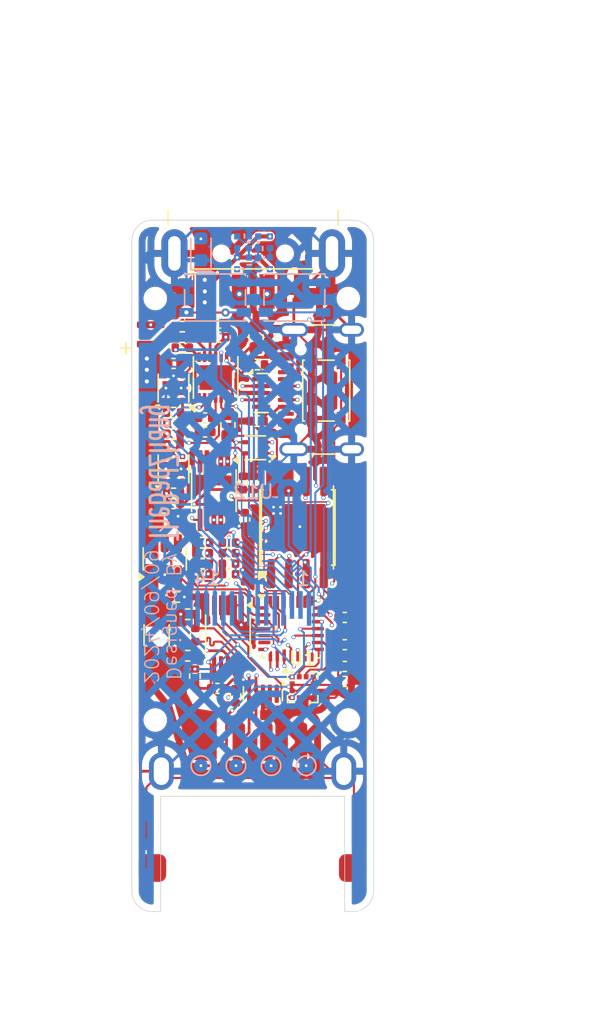
<source format=kicad_pcb>
(kicad_pcb (version 20240108) (generator "pcbnew") (generator_version "8.0")
  (layers (0 "F.Cu" signal) (1 "In1.Cu" signal) (2 "In2.Cu" signal) (31 "B.Cu" signal) (34 "B.Paste" user) (35 "F.Paste" user) (36 "B.SilkS" user "B.Silkscreen") (37 "F.SilkS" user "F.Silkscreen") (38 "B.Mask" user) (39 "F.Mask" user) (44 "Edge.Cuts" user))
  (net 0 "")
  (net 1 "+5V")
  (net 2 "VBUS")
  (net 3 "+3V3")
  (net 4 "/SDA2")
  (net 5 "/SCL2")
  (net 6 "GND")
  (net 7 "/SYS_SWDIO")
  (net 8 "/NRST")
  (net 9 "/D+")
  (net 10 "/D-")
  (net 11 "/ch217x/VOUT")
  (net 12 "/SYS_SWCLK")
  (net 13 "/D2+")
  (net 14 "Net-(J3-CC2)")
  (net 15 "Net-(D1-A)")
  (net 19 "/OLED_VCC")
  (net 20 "Net-(J3-CC1)")
  (net 21 "/D2-")
  (net 25 "/KEY1")
  (net 26 "/KEY2")
  (net 27 "/ACC_INT1")
  (net 28 "/ACC_INT2")
  (net 29 "/SCL")
  (net 30 "/SPI_MISO")
  (net 31 "/UART_RX")
  (net 32 "Net-(U9-Vin-)")
  (net 33 "Net-(U9-Vin+)")
  (net 34 "Net-(U12-C2P)")
  (net 35 "Net-(U12-C2N)")
  (net 36 "Net-(U12-C1P)")
  (net 37 "Net-(U12-C1N)")
  (net 38 "Net-(U12-VCOMH)")
  (net 39 "Net-(U12-VCC)")
  (net 40 "/MAX9814/MICIN")
  (net 41 "Net-(MK1-+)")
  (net 42 "/MAX9814/CT")
  (net 43 "/MAX9814/BIAS")
  (net 44 "Net-(U13-CG)")
  (net 45 "Net-(U10-PG)")
  (net 46 "Net-(U11-ISET)")
  (net 47 "Net-(U12-IREF)")
  (net 48 "/MAX9814/MICBIAS")
  (net 49 "/MAX9814/TH")
  (net 50 "Net-(U14-PG)")
  (net 51 "/ADC_IN5")
  (net 52 "/WS2812_OUT")
  (net 53 "/A{slash}R")
  (net 54 "/SDA")
  (net 55 "/Gain")
  (net 56 "/SPI_CLK")
  (net 58 "/SPI_NSS")
  (net 59 "/SPI_MOSI")
  (net 60 "/UART_TX")
  (net 61 "/OLED_RST")
  (net 62 "/~{INA226_ALERT}")
  (net 63 "/CH217_FLAG")
  (net 64 "/~{CH217_EN}")
  (net 65 "Net-(D2-DOUT)")
  (net 66 "Net-(U3-D1+)")
  (net 67 "Net-(U3-D1-)")
  (net 68 "Net-(D3-DOUT)")
  (net 69 "Net-(D4-DOUT)")
  (net 73 "Net-(U8-D2-)")
  (net 77 "/MAX9814/B3v3")
  (net 78 "/MAX9814/BGND")
  (net 79 "Net-(U8-D1+)")
  (footprint "Capacitor_SMD:C_0402_1005Metric" (layer "F.Cu") (at 107.442 91.313)
    (property "Reference" "C8" (hide yes))
    (property "Value" "1uF")
  )
  (footprint "Capacitor_SMD:C_0402_1005Metric" (layer "F.Cu") (at 106.6038 101.092)
    (property "Reference" "C2" (hide yes))
    (property "Value" "0.1uF")
  )
  (footprint "Resistor_SMD:R_0402_1005Metric" (layer "F.Cu") (at 104.0638 74.93)
    (property "Reference" "R10" (hide yes))
    (property "Value" "2.2k")
  )
  (footprint "Package_SON:WSON-8-1EP_6x5mm_P1.27mm_EP3.4x4mm" (layer "F.Cu") (at 112.395 89.4588 90)
    (property "Reference" "U5" (hide yes))
    (property "Value" "W25Q32JVZP")
  )
  (footprint "Package_SO:SOIC-8_5.23x5.23mm_P1.27mm" (layer "F.Cu") (at 112.395 89.4588 90)
    (property "Reference" "U6" (hide yes))
    (property "Value" "W25Q128JVS")
  )
  (footprint "Capacitor_SMD:C_0402_1005Metric" (layer "F.Cu") (at 105.537 92.837 180)
    (property "Reference" "C13" (hide yes))
    (property "Value" "0.1uF")
  )
  (footprint "Connector_USB:USB_C_Receptacle_GCT_USB4105-xx-A_16P_TopMnt_Horizontal" (layer "F.Cu") (at 115.2398 79.48 90)
    (property "Reference" "J3" (hide yes))
    (property "Value" "USB_C_Receptacle_USB2.0_16P")
  )
  (footprint "Resistor_SMD:R_0402_1005Metric" (layer "F.Cu") (at 104.0638 76.454)
    (property "Reference" "R11" (hide yes))
    (property "Value" "100k")
  )
  (footprint "Inductor_SMD:L_0603_1608Metric" (layer "F.Cu") (at 109.3978 75.692 -90)
    (property "Reference" "L2" (hide yes))
    (property "Value" "FerriteBead_0603_1.5A")
  )
  (footprint "Resistor_SMD:R_0402_1005Metric" (layer "F.Cu") (at 103.4288 81.153)
    (property "Reference" "R12" (hide yes))
    (property "Value" "5.1k")
  )
  (footprint "Capacitor_SMD:C_0402_1005Metric" (layer "F.Cu") (at 115.824 97.9312)
    (property "Reference" "C26" (hide yes))
    (property "Value" "2.2uF")
  )
  (footprint "Resistor_SMD:R_1206_3216Metric" (layer "F.Cu") (at 102.2078 97.23 -90)
    (property "Reference" "R4" (hide yes))
    (property "Value" "20mR")
  )
  (footprint "Resistor_SMD:R_0402_1005Metric" (layer "F.Cu") (at 109.474 81.7626 180)
    (property "Reference" "R2" (hide yes))
    (property "Value" "5.1k")
  )
  (footprint "Resistor_SMD:R_0402_1005Metric" (layer "F.Cu") (at 104.4578 95.73)
    (property "Reference" "R3" (hide yes))
    (property "Value" "68R")
  )
  (footprint "Package_DFN_QFN:DFN-14-1EP_3x3mm_P0.4mm_EP1.78x2.35mm" (layer "F.Cu") (at 106.4768 78.613 90)
    (property "Reference" "U13" (hide yes))
    (property "Value" "MAX9814")
  )
  (footprint "Capacitor_SMD:C_0402_1005Metric" (layer "F.Cu") (at 103.4288 77.597)
    (property "Reference" "C19" (hide yes))
    (property "Value" "10uF")
  )
  (footprint "Package_SON:WSON-6-1EP_2x2mm_P0.65mm_EP1x1.6mm_ThermalVias" (layer "F.Cu") (at 103.4288 79.375 90)
    (property "Reference" "U14" (hide yes))
    (property "Value" "LP5912-3.3DRV")
  )
  (footprint "Resistor_SMD:R_0402_1005Metric" (layer "F.Cu") (at 107.9246 101.6274 90)
    (property "Reference" "R13" (hide yes))
    (property "Value" "5.1k")
  )
  (footprint "my_connector:C2763021" (layer "F.Cu") (at 109.15 109.58)
    (property "Reference" "J2" (hide yes))
    (property "Value" "USB_A")
  )
  (footprint "Package_SON:WSON-6-1EP_2x2mm_P0.65mm_EP1x1.6mm_ThermalVias" (layer "F.Cu") (at 103.4288 85.217 90)
    (property "Reference" "U10" (hide yes))
    (property "Value" "LP5912-3.3DRV")
  )
  (footprint "Connector_USB:USB_A_CNCTech_1001-011-01101_Horizontal" (layer "F.Cu") (at 109.1946 62.738 90)
    (property "Reference" "J1" (hide yes))
    (property "Value" "USB_A")
  )
  (footprint "Resistor_SMD:R_0402_1005Metric" (layer "F.Cu") (at 103.4288 86.995)
    (property "Reference" "R6" (hide yes))
    (property "Value" "5.1k")
  )
  (footprint "my_footprint:KEY-SMD_4P-L4.2-W3.4-P2.15-LS4.5-TL" (layer "F.Cu") (at 114.554 79.502 90)
    (property "Reference" "SW5" (hide yes))
    (property "Value" "SW_Push")
  )
  (footprint "Inductor_SMD:L_0603_1608Metric" (layer "F.Cu") (at 107.3658 82.042 90)
    (property "Reference" "L1" (hide yes))
    (property "Value" "FerriteBead_0603_1.5A")
  )
  (footprint "Package_SO:VSSOP-10_3x3mm_P0.5mm" (layer "F.Cu") (at 107.3658 97.282 -90)
    (property "Reference" "U9" (hide yes))
    (property "Value" "INA228")
  )
  (footprint "Package_LGA:LGA-12_2x2mm_P0.5mm" (layer "F.Cu") (at 112.7755 101.013)
    (property "Reference" "U1")
    (property "Value" "LIS2HH12")
  )
  (footprint "Resistor_SMD:R_0402_1005Metric" (layer "F.Cu") (at 103.7078 94.48 180)
    (property "Reference" "R7" (hide yes))
    (property "Value" "100k")
  )
  (footprint "Resistor_SMD:R_0402_1005Metric" (layer "F.Cu") (at 104.9782 100.203 90)
    (property "Reference" "R14" (hide yes))
    (property "Value" "5.1k")
  )
  (footprint "Capacitor_SMD:C_0402_1005Metric" (layer "F.Cu") (at 103.4288 81.915)
    (property "Reference" "C14" (hide yes))
    (property "Value" "1uF")
  )
  (footprint "my_connector:mountinghold_nopad_m1.4" (layer "F.Cu") (at 116.078 103.378)
    (property "Reference" "H4" (hide yes))
    (property "Value" "MountingHole")
  )
  (footprint "Capacitor_SMD:C_0402_1005Metric" (layer "F.Cu") (at 107.442 90.551)
    (property "Reference" "C7" (hide yes))
    (property "Value" "1uF")
  )
  (footprint "Capacitor_SMD:C_0402_1005Metric" (layer "F.Cu") (at 115.824 100.584)
    (property "Reference" "C23" (hide yes))
    (property "Value" "10uF")
  )
  (footprint "Capacitor_SMD:C_0402_1005Metric" (layer "F.Cu") (at 106.7308 75.692)
    (property "Reference" "C17" (hide yes))
    (property "Value" "470nF")
  )
  (footprint "Package_SON:USON-10_2.5x1.0mm_P0.5mm" (layer "F.Cu") (at 109.8978 101.477 -90)
    (property "Reference" "U3" (hide yes))
    (property "Value" "TPD4E05U06DQA")
  )
  (footprint "Capacitor_SMD:C_0402_1005Metric" (layer "F.Cu") (at 103.4288 83.439)
    (property "Reference" "C4" (hide yes))
    (property "Value" "10uF")
  )
  (footprint "Capacitor_SMD:C_0402_1005Metric" (layer "F.Cu") (at 105.7148 82.55)
    (property "Reference" "C16" (hide yes))
    (property "Value" "100nF")
  )
  (footprint "my_connector:mountinghold_nopad_m1.4" (layer "F.Cu") (at 116.078 72.898)
    (property "Reference" "H2" (hide yes))
    (property "Value" "MountingHole")
  )
  (footprint "Capacitor_SMD:C_0402_1005Metric" (layer "F.Cu") (at 107.442 92.075 180)
    (property "Reference" "C10" (hide yes))
    (property "Value" "4.7uF")
  )
  (footprint "my_connector:mountinghold_nopad_m1.4" (layer "F.Cu") (at 102.108 72.898)
    (property "Reference" "H1" (hide yes))
    (property "Value" "MountingHole")
  )
  (footprint "Capacitor_SMD:C_0402_1005Metric" (layer "F.Cu") (at 108.585 88.8746 -90)
    (property "Reference" "C1" (hide yes))
    (property "Value" "0.1uF")
  )
  (footprint "Capacitor_SMD:C_0402_1005Metric" (layer "F.Cu") (at 103.4288 82.677)
    (property "Reference" "C20" (hide yes))
    (property "Value" "4.7uF")
  )
  (footprint "Package_DFN_QFN:QFN-28_4x4mm_P0.5mm" (layer "F.Cu") (at 111.9378 96.774)
    (property "Reference" "U2" (hide yes))
    (property "Value" "STM32G031G8Ux")
  )
  (footprint "my_footprint:MIC4015P_2" (layer "F.Cu") (at 101.2778 75.5)
    (property "Reference" "MK1" (hide yes))
    (property "Value" "Microphone_Condenser")
  )
  (footprint "Capacitor_SMD:C_0402_1005Metric" (layer "F.Cu") (at 115.824 95.9612)
    (property "Reference" "C25" (hide yes))
    (property "Value" "100nF")
  )
  (footprint "Capacitor_SMD:C_0402_1005Metric" (layer "F.Cu") (at 107.442 92.837 180)
    (property "Reference" "C9" (hide yes))
    (property "Value" "0.1uF")
  )
  (footprint "Capacitor_SMD:C_0402_1005Metric" (layer "F.Cu") (at 115.824 99.503)
    (property "Reference" "C22" (hide yes))
    (property "Value" "100nF")
  )
  (footprint "Resistor_SMD:R_0402_1005Metric" (layer "F.Cu") (at 105.537 90.551)
    (property "Reference" "R8" (hide yes))
    (property "Value" "560K")
  )
  (footprint "Resistor_SMD:R_0402_1005Metric" (layer "F.Cu") (at 104.4578 98.73)
    (property "Reference" "R5" (hide yes))
    (property "Value" "68R")
  )
  (footprint "Resistor_SMD:R_0402_1005Metric" (layer "F.Cu") (at 109.4994 77.6732 180)
    (property "Reference" "R1" (hide yes))
    (property "Value" "5.1k")
  )
  (footprint "Sensor_Humidity:Sensirion_DFN-4_1.5x1.5mm_P0.8mm_SHT4x_NoCentralPad" (layer "F.Cu") (at 109.347 83.693 180)
    (property "Reference" "U4" (hide yes))
    (property "Value" "SHT4x")
  )
  (footprint "Capacitor_SMD:C_0603_1608Metric" (layer "F.Cu") (at 102.7078 88.93 180)
    (property "Reference" "C6" (hide yes))
    (property "Value" "10uF")
  )
  (footprint "Capacitor_SMD:C_0402_1005Metric" (layer "F.Cu") (at 109.22 86.233 90)
    (property "Reference" "C21" (hide yes))
    (property "Value" "100nF")
  )
  (footprint "Package_SON:USON-10_2.5x1.0mm_P0.5mm" (layer "F.Cu") (at 109.7728 79.73)
    (property "Reference" "U8" (hide yes))
    (property "Value" "TPD4E05U06DQA")
  )
  (footprint "Capacitor_SMD:C_0402_1005Metric" (layer "F.Cu") (at 106.7308 74.676 180)
    (property "Reference" "C15" (hide yes))
    (property "Value" "100nF")
  )
  (footprint "Capacitor_SMD:C_0402_1005Metric" (layer "F.Cu") (at 105.537 92.075 180)
    (property "Reference" "C12" (hide yes))
    (property "Value" "4.7uF")
  )
  (footprint "my_connector:mountinghold_nopad_m1.4" (layer "F.Cu") (at 102.108 103.378)
    (property "Reference" "H3" (hide yes))
    (property "Value" "MountingHole")
  )
  (footprint "Package_SO:MSOP-10_3x3mm_P0.5mm" (layer "F.Cu") (at 106.3498 86.7918 -90)
    (property "Reference" "U7" (hide yes))
    (property "Value" "CH340E")
  )
  (footprint "Capacitor_SMD:C_0402_1005Metric" (layer "F.Cu") (at 105.7148 81.534)
    (property "Reference" "C18" (hide yes))
    (property "Value" "2.2uF")
  )
  (footprint "Package_TO_SOT_SMD:TSOT-23-6" (layer "F.Cu") (at 102.7938 91.73 90)
    (property "Reference" "U11" (hide yes))
    (property "Value" "CH217K")
  )
  (footprint "Capacitor_SMD:C_0402_1005Metric" (layer "F.Cu") (at 105.0078 97.23 -90)
    (property "Reference" "C3" (hide yes))
    (property "Value" "100nF")
  )
  (footprint "Capacitor_SMD:C_0402_1005Metric" (layer "F.Cu") (at 103.4288 87.73)
    (property "Reference" "C5" (hide yes))
    (property "Value" "4.7uF")
  )
  (footprint "Capacitor_SMD:C_0402_1005Metric" (layer "F.Cu") (at 105.537 91.313 180)
    (property "Reference" "C11" (hide yes))
    (property "Value" "2.2uF")
  )
  (footprint "Resistor_SMD:R_0402_1005Metric" (layer "F.Cu") (at 104.0638 75.692 180)
    (property "Reference" "R9" (hide yes))
    (property "Value" "150k")
  )
  (footprint "Capacitor_SMD:C_0402_1005Metric" (layer "F.Cu") (at 108.458 86.233 90)
    (property "Reference" "C24" (hide yes))
    (property "Value" "100nF")
  )
  (footprint "my_footprint:ws2812-1010" (layer "B.Cu") (at 109.982 68.834 90)
    (property "Reference" "D4" (hide yes))
    (property "Value" "WS2812B-2020")
  )
  (footprint "TestPoint:TestPoint_Pad_D1.0mm" (layer "B.Cu") (at 113.03 106.68 180)
    (property "Reference" "TP1" (hide yes))
    (property "Value" "TestPoint")
  )
  (footprint "TestPoint:TestPoint_Pad_D1.0mm" (layer "B.Cu") (at 107.95 106.68 180)
    (property "Reference" "TP3" (hide yes))
    (property "Value" "TestPoint")
  )
  (footprint "my_footprint:ws2812-1010" (layer "B.Cu") (at 108.458 68.834 -90)
    (property "Reference" "D3" (hide yes))
    (property "Value" "WS2812B-2020")
  )
  (footprint "TestPoint:TestPoint_Pad_D1.0mm" (layer "B.Cu") (at 105.41 106.68 180)
    (property "Reference" "TP2" (hide yes))
    (property "Value" "TestPoint")
  )
  (footprint "LED_SMD:LED_0603_1608Metric" (layer "B.Cu") (at 105.41 69.342 90)
    (property "Reference" "D1" (hide yes))
    (property "Value" "LED")
  )
  (footprint "TestPoint:TestPoint_Pad_D1.0mm" (layer "B.Cu") (at 110.49 106.68 180)
    (property "Reference" "TP4" (hide yes))
    (property "Value" "TestPoint")
  )
  (footprint "my_footprint:iic_oled_12864_ssd1312_2" (layer "B.Cu") (at 109.1946 89.408 180)
    (property "Reference" "U12")
    (property "Value" "~")
  )
  (footprint "my_footprint:KEY-SMD_4P-L4.2-W3.4-P2.15-LS4.5-TL" (layer "B.Cu") (at 112.1208 72.898 180)
    (property "Reference" "SW3" (hide yes))
    (property "Value" "SW_Push")
  )
  (footprint "my_footprint:ws2812-1010" (layer "B.Cu") (at 108.458 70.358 180)
    (property "Reference" "D2" (hide yes))
    (property "Value" "WS2812B-2020")
  )
  (footprint "my_footprint:ws2812-1010" (layer "B.Cu") (at 109.982 70.358)
    (property "Reference" "D5" (hide yes))
    (property "Value" "WS2812B-2020")
  )
  (footprint "my_footprint:KEY-SMD_4P-L4.2-W3.4-P2.15-LS4.5-TL" (layer "B.Cu") (at 106.3804 72.898 180)
    (property "Reference" "SW4" (hide yes))
    (property "Value" "SW_Push")
  )
  (gr_poly (pts (xy 101.0158 92.202) (xy 102.235 92.202) (xy 102.235 94.107) (xy 102.743 95.123) (xy 104.2924 95.123) (xy 104.2924 96.52) (xy 101.219 96.52) (xy 101.0158 95.885)) (stroke (width 0.2)) (fill solid) (layer "F.Cu") (net 11))
  (gr_poly (pts (xy 110.236 85.09) (xy 112.014 85.09) (xy 112.014 87.122) (xy 110.236 87.122)) (stroke (width 0.2)) (fill solid) (layer "F.Cu") (net 3))
  (gr_poly (pts (xy 101.0158 76.835) (xy 102.235 76.835) (xy 102.489 77.216) (xy 103.251 77.216) (xy 103.251 77.851) (xy 102.87 78.232) (xy 102.87 78.5622) (xy 102.362 78.5622) (xy 102.235 78.74) (xy 102.235 83.2612) (xy 103.0986 83.2612) (xy 103.0986 83.6168) (xy 102.87 83.947) (xy 102.87 84.4042) (xy 102.362 84.4042) (xy 102.235 84.582) (xy 102.235 88.138) (xy 102.616 88.519) (xy 102.616 89.408) (xy 102.235 89.662) (xy 102.235 91.567) (xy 101.0158 91.567)) (stroke (width 0.2)) (fill solid) (layer "F.Cu") (net 2))
  (gr_poly (pts (xy 104.775 106.172) (xy 106.453 106.172) (xy 106.453 102.87) (xy 104.902 102.616) (xy 104.2924 101.473) (xy 104.2924 98.171) (xy 101.219 98.171) (xy 101.219 99.187) (xy 103.632 102.235)) (stroke (width 0.2)) (fill solid) (layer "F.Cu") (net 1))
  (gr_line (start 101.025 107.085) (end 102.02 107.07) (stroke (width 0.2)) (layer "F.Cu") (net 6))
  (gr_line (start 101.02 106.33) (end 101.03 107.84) (stroke (width 0.2)) (layer "F.Cu") (net 6))
  (gr_line (start 101.05 106.42) (end 101.06 113.51) (stroke (width 0.2)) (layer "B.Cu") (net 6))
  (gr_poly (pts (xy 105.156 71.12) (xy 106.426 71.12) (xy 106.426 75.9968) (xy 103.124 75.9968) (xy 102.108 76.962) (xy 102.108 79.2988) (xy 101.0158 79.2988) (xy 101.0158 76.2) (xy 101.854 76.2) (xy 103.378 74.676) (xy 104.902 74.676) (xy 105.156 74.422)) (stroke (width 0.2)) (fill solid) (layer "B.Cu") (net 2))
  (gr_line (start 111.1 97.86) (end 111.46 97.6) (stroke (width 0.2)) (layer "B.Cu") (net 3))
  (gr_arc (start 117.9078 115.73) (mid 117.46846 116.79066) (end 116.4078 117.23) (stroke (width 0.05)) (layer "Edge.Cuts"))
  (gr_line (start 117.9078 115.73) (end 117.9078 68.73) (stroke (width 0.05)) (layer "Edge.Cuts"))
  (gr_line (start 116.4078 117.23) (end 115.82 117.23) (stroke (width 0.05)) (layer "Edge.Cuts"))
  (gr_line (start 102.5 108.89) (end 115.82 108.89) (stroke (width 0.05)) (layer "Edge.Cuts"))
  (gr_line (start 115.82 117.23) (end 115.82 108.89) (stroke (width 0.05)) (layer "Edge.Cuts"))
  (gr_arc (start 101.9078 117.23) (mid 100.84714 116.79066) (end 100.4078 115.73) (stroke (width 0.05)) (layer "Edge.Cuts"))
  (gr_arc (start 116.4078 67.23) (mid 117.46846 67.66934) (end 117.9078 68.73) (stroke (width 0.05)) (layer "Edge.Cuts"))
  (gr_arc (start 100.4078 68.73) (mid 100.84714 67.66934) (end 101.9078 67.23) (stroke (width 0.05)) (layer "Edge.Cuts"))
  (gr_line (start 102.5 117.225) (end 101.9078 117.23) (stroke (width 0.05)) (layer "Edge.Cuts"))
  (gr_line (start 116.4078 67.23) (end 101.9078 67.23) (stroke (width 0.05)) (layer "Edge.Cuts"))
  (gr_line (start 100.4078 68.73) (end 100.4078 115.73) (stroke (width 0.05)) (layer "Edge.Cuts"))
  (gr_line (start 102.5 108.89) (end 102.5 117.225) (stroke (width 0.05)) (layer "Edge.Cuts"))
  (gr_text "TheBadZhang" (at 101.473 90.551 -90) (layer "B.SilkS") (effects (font (size 2 1) (thickness 0.2) (bold yes)) (justify left bottom mirror)))
  (gr_text "Designed By\n2024/09/09" (at 101.219 95.885 -90) (layer "B.SilkS") (effects (font (size 1 1) (thickness 0.1)) (justify bottom mirror)))
  (segment (start 110.407012 68.409006) (end 109.557 68.409006) (width 0.3) (layer "F.Cu") (net 2))
  (segment (start 104.61 77.98) (end 104.1025 78.4875) (width 0.15) (layer "F.Cu") (net 2))
  (segment (start 106.414206 71.5518) (end 108.032994 69.933012) (width 0.3) (layer "F.Cu") (net 2))
  (segment (start 104.201224 77.024) (end 103.5218 77.024) (width 0.1) (layer "F.Cu") (net 2))
  (segment (start 104.61 77.39742) (end 104.22458 77.012) (width 0.15) (layer "F.Cu") (net 2))
  (segment (start 103.5218 77.024) (end 102.9488 77.597) (width 0.1) (layer "F.Cu") (net 2))
  (segment (start 104.61 77.98) (end 104.61 77.39742) (width 0.15) (layer "F.Cu") (net 2))
  (segment (start 110.406995 70.782995) (end 109.557012 69.933012) (width 0.3) (layer "F.Cu") (net 2))
  (segment (start 105.6894 71.5518) (end 106.414206 71.5518) (width 0.3) (layer "F.Cu") (net 2))
  (segment (start 104.1025 78.4875) (end 104.0788 78.4875) (width 0.15) (layer "F.Cu") (net 2))
  (segment (start 109.557012 69.933012) (end 108.032994 69.933012) (width 0.3) (layer "F.Cu") (net 2))
  (segment (start 109.557 68.409006) (end 108.032994 69.933012) (width 0.3) (layer "F.Cu") (net 2))
  (via (at 105.6894 73.1774) (size 0.6) (drill 0.3) (layers "F.Cu" "B.Cu") (net 2))
  (via (at 104.078798 84.3295) (size 0.3) (drill 0.2) (layers "F.Cu" "B.Cu") (net 2))
  (via (at 101.4984 78.8924) (size 0.6) (drill 0.3) (layers "F.Cu" "B.Cu") (net 2))
  (via (at 110.406995 70.782995) (size 0.3) (drill 0.2) (layers "F.Cu" "B.Cu") (net 2))
  (via (at 102.948802 83.439) (size 0.3) (drill 0.2) (layers "F.Cu" "B.Cu") (net 2))
  (via (at 101.4984 78.0542) (size 0.6) (drill 0.3) (layers "F.Cu" "B.Cu") (net 2))
  (via (at 110.407012 68.409006) (size 0.3) (drill 0.2) (layers "F.Cu" "B.Cu") (net 2))
  (via (at 108.032994 69.933012) (size 0.3) (drill 0.2) (layers "F.Cu" "B.Cu") (net 2))
  (via (at 105.694599 72.387998) (size 0.6) (drill 0.3) (layers "F.Cu" "B.Cu") (net 2))
  (via (at 105.6894 71.5518) (size 0.6) (drill 0.3) (layers "F.Cu" "B.Cu") (net 2))
  (via (at 101.4984 77.2414) (size 0.6) (drill 0.3) (layers "F.Cu" "B.Cu") (net 2))
  (segment (start 108.033 69.933) (end 108.033 69.259) (width 0.3) (layer "B.Cu") (net 2))
  (segment (start 103.188298 83.439) (end 102.948802 83.439) (width 0.2) (layer "B.Cu") (net 2))
  (segment (start 104.078798 84.3295) (end 103.188298 83.439) (width 0.2) (layer "B.Cu") (net 2))
  (segment (start 107.9246 102.1374) (end 107.9246 102.4382) (width 0.2) (layer "F.Cu") (net 3))
  (segment (start 107.2642 103.0986) (end 107.6706 102.6922) (width 0.2) (layer "F.Cu") (net 3))
  (segment (start 115.344 95.9612) (end 115.344 95.6844) (width 0.15) (layer "F.Cu") (net 3))
  (segment (start 111.4552 97.5868) (end 111.379 97.5868) (width 0.15) (layer "F.Cu") (net 3))
  (segment (start 107.44885 88.80525) (end 107.44885 88.28184) (width 0.2) (layer "F.Cu") (net 3))
  (segment (start 106.14079 87.8918) (end 105.8498 88.18279) (width 0.2) (layer "F.Cu") (net 3))
  (segment (start 107.662801 87.7824) (end 108.275001 88.3946) (width 0.2) (layer "F.Cu") (net 3))
  (segment (start 110.744 97.2312) (end 111.0234 97.5106) (width 0.15) (layer "F.Cu") (net 3))
  (segment (start 102.9188 86.995) (end 102.7788 86.855) (width 0.2) (layer "F.Cu") (net 3))
  (segment (start 112.013 101.263) (end 112.425 101.263) (width 0.15) (layer "F.Cu") (net 3))
  (segment (start 113.538 100.263) (end 113.538 100.763) (width 0.15) (layer "F.Cu") (net 3))
  (segment (start 111.0234 97.5106) (end 111.0234 97.79) (width 0.15) (layer "F.Cu") (net 3))
  (segment (start 111.379 97.5868) (end 111.0996 97.8662) (width 0.15) (layer "F.Cu") (net 3))
  (segment (start 111.76 100.965) (end 111.79 100.965) (width 0.15) (layer "F.Cu") (net 3))
  (segment (start 111.79 100.965) (end 112.013 101.188) (width 0.15) (layer "F.Cu") (net 3))
  (segment (start 112.425 101.263) (end 112.85 100.838) (width 0.15) (layer "F.Cu") (net 3))
  (segment (start 111.76 100.965) (end 111.886 100.965) (width 0.15) (layer "F.Cu") (net 3))
  (segment (start 105.41 106.68) (end 106.610685 106.68) (width 0.2) (layer "F.Cu") (net 3))
  (segment (start 107.8595 88.3946) (end 107.3498 88.9043) (width 0.2) (layer "F.Cu") (net 3))
  (segment (start 105.9434 99.187) (end 106.1238 99.3674) (width 0.15) (layer "F.Cu") (net 3))
  (segment (start 108.275001 88.3946) (end 108.585 88.3946) (width 0.2) (layer "F.Cu") (net 3))
  (segment (start 106.3658 100.85) (end 106.3658 99.482) (width 0.2) (layer "F.Cu") (net 3))
  (segment (start 111.0234 97.79) (end 111.0996 97.8662) (width 0.15) (layer "F.Cu") (net 3))
  (segment (start 104.9274 87.7824) (end 107.662801 87.7824) (width 0.2) (layer "F.Cu") (net 3))
  (segment (start 102.9188 86.995) (end 102.9188 86.995) (width 0.2) (layer "F.Cu") (net 3))
  (segment (start 115.344 95.6844) (end 113.937468 94.277868) (width 0.15) (layer "F.Cu") (net 3))
  (segment (start 102.9188 86.995) (end 102.918792 86.995) (width 0.2) (layer "F.Cu") (net 3))
  (segment (start 110.4067 86.713) (end 110.49 86.7963) (width 0.15) (layer "F.Cu") (net 3))
  (segment (start 112.013 100.838) (end 112.85 100.838) (width 0.15) (layer "F.Cu") (net 3))
  (segment (start 112.013 100.838) (end 112.013 101.188) (width 0.15) (layer "F.Cu") (net 3))
  (segment (start 115.344 99.503) (end 115.344 97.9312) (width 0.15) (layer "F.Cu") (net 3))
  (segment (start 113.538 100.838) (end 115.09 100.838) (width 0.15) (layer "F.Cu") (net 3))
  (segment (start 107.44885 88.28184) (end 107.05881 87.8918) (width 0.2) (layer "F.Cu") (net 3))
  (segment (start 109.22 86.713) (end 110.4067 86.713) (width 0.15) (layer "F.Cu") (net 3))
  (segment (start 110.2948 96.274) (end 110.6678 96.647) (width 0.15) (layer "F.Cu") (net 3))
  (segment (start 107.9246 102.1374) (end 107.1692 102.1374) (width 0.2) (layer "F.Cu") (net 3))
  (segment (start 111.886 100.965) (end 112.013 100.838) (width 0.15) (layer "F.Cu") (net 3))
  (segment (start 108.585 88.3946) (end 107.8595 88.3946) (width 0.2) (layer "F.Cu") (net 3))
  (segment (start 106.1238 99.3674) (end 106.1238 101.092) (width 0.15) (layer "F.Cu") (net 3))
  (segment (start 104.9782 100.713) (end 105.3572 101.092) (width 0.2) (layer "F.Cu") (net 3))
  (segment (start 106.1238 101.092) (end 106.3658 100.85) (width 0.2) (layer "F.Cu") (net 3))
  (segment (start 102.9488 87.025008) (end 102.918792 86.995) (width 0.2) (layer "F.Cu") (net 3))
  (segment (start 107.3658 82.8295) (end 107.8293 83.293) (width 0.15) (layer "F.Cu") (net 3))
  (segment (start 102.7788 86.855) (end 102.7788 86.1045) (width 0.2) (layer "F.Cu") (net 3))
  (segment (start 107.1692 102.1374) (end 106.1238 101.092) (width 0.2) (layer "F.Cu") (net 3))
  (segment (start 105.9968 86.713) (end 108.458 86.713) (width 0.2) (layer "F.Cu") (net 3))
  (segment (start 110.0003 96.274) (end 110.2948 96.274) (width 0.15) (layer "F.Cu") (net 3))
  (segment (start 112.85 100.838) (end 113.538 100.838) (width 0.15) (layer "F.Cu") (net 3))
  (segment (start 107.9246 102.4382) (end 107.6706 102.6922) (width 0.2) (layer "F.Cu") (net 3))
  (segment (start 110.9098 83.1222) (end 110.6171 82.8295) (width 0.15) (layer "F.Cu") (net 3))
  (segment (start 107.8992 86.1542) (end 107.8992 84.074) (width 0.15) (layer "F.Cu") (net 3))
  (segment (start 102.9488 87.73) (end 102.9488 87.729994) (width 0.2) (layer "F.Cu") (net 3))
  (segment (start 104.9274 87.7824) (end 105.9968 86.713) (width 0.2) (layer "F.Cu") (net 3))
  (segment (start 110.6171 82.8295) (end 107.3658 82.8295) (width 0.15) (layer "F.Cu") (net 3))
  (segment (start 115.344 100.584) (end 115.344 99.503) (width 0.15) (layer "F.Cu") (net 3))
  (segment (start 108.458 86.713) (end 107.8992 86.1542) (width 0.15) (layer "F.Cu") (net 3))
  (segment (start 107.3498 88.9043) (end 107.44885 88.80525) (width 0.2) (layer "F.Cu") (net 3))
  (segment (start 110.9098 85.8908) (end 110.9098 83.1222) (width 0.15) (layer "F.Cu") (net 3))
  (segment (start 107.05881 87.8918) (end 106.14079 87.8918) (width 0.2) (layer "F.Cu") (net 3))
  (segment (start 105.8498 88.9043) (end 105.8498 88.091801) (width 0.2) (layer "F.Cu") (net 3))
  (segment (start 115.09 100.838) (end 115.344 100.584) (width 0.15) (layer "F.Cu") (net 3))
  (segment (start 108.585 88.3946) (end 108.585 88.1933) (width 0.2) (layer "F.Cu") (net 3))
  (segment (start 107.2642 106.026485) (end 107.2642 103.0986) (width 0.2) (layer "F.Cu") (net 3))
  (segment (start 107.8293 83.293) (end 108.5962 83.293) (width 0.15) (layer "F.Cu") (net 3))
  (segment (start 110.6678 96.647) (end 110.6678 97.155) (width 0.15) (layer "F.Cu") (net 3))
  (segment (start 105.8498 88.18279) (end 105.8498 88.9043) (width 0.2) (layer "F.Cu") (net 3))
  (segment (start 105.3572 101.092) (end 106.1238 101.092) (width 0.2) (layer "F.Cu") (net 3))
  (segment (start 110.6678 97.155) (end 110.744 97.2312) (width 0.15) (layer "F.Cu") (net 3))
  (segment (start 115.344 97.9312) (end 115.344 95.9612) (width 0.15) (layer "F.Cu") (net 3))
  (segment (start 102.9488 87.729994) (end 102.9488 87.025008) (width 0.2) (layer "F.Cu") (net 3))
  (segment (start 108.458 86.713) (end 109.22 86.713) (width 0.15) (layer "F.Cu") (net 3))
  (segment (start 106.610685 106.68) (end 107.2642 106.026485) (width 0.2) (layer "F.Cu") (net 3))
  (via (at 104.9274 87.7824) (size 0.3) (drill 0.2) (layers "F.Cu" "B.Cu") (net 3))
  (via (at 111.4552 97.5868) (size 0.3) (drill 0.2) (layers "F.Cu" "B.Cu") (net 3))
  (via (at 105.41 106.68) (size 0.3) (drill 0.2) (layers "F.Cu" "B.Cu") (net 3))
  (via (at 111.76 86.7963) (size 0.3) (drill 0.2) (layers "F.Cu" "B.Cu") (net 3))
  (via (at 111.76 100.965) (size 0.3) (drill 0.2) (layers "F.Cu" "B.Cu") (net 3))
  (via (at 113.937468 94.277868) (size 0.3) (drill 0.2) (layers "F.Cu" "B.Cu") (net 3))
  (via (at 111.0996 97.8662) (size 0.3) (drill 0.2) (layers "F.Cu" "B.Cu") (net 3))
  (via (at 105.9434 99.187) (size 0.3) (drill 0.2) (layers "F.Cu" "B.Cu") (net 3))
  (via (at 112.9538 91.9734) (size 0.3) (drill 0.2) (layers "F.Cu" "B.Cu") (net 3))
  (via (at 102.918792 86.995) (size 0.3) (drill 0.2) (layers "F.Cu" "B.Cu") (net 3))
  (via (at 107.9754 83.312) (size 0.3) (drill 0.2) (layers "F.Cu" "B.Cu") (net 3))
  (via (at 107.8992 84.074) (size 0.3) (drill 0.2) (layers "F.Cu" "B.Cu") (net 3))
  (via (at 107.6706 102.6922) (size 0.3) (drill 0.2) (layers "F.Cu" "B.Cu") (net 3))
  (segment (start 107.8992 84.074) (end 107.8992 83.3882) (width 0.15) (layer "B.Cu") (net 3))
  (segment (start 109.3978 100.965) (end 107.6706 102.6922) (width 0.15) (layer "B.Cu") (net 3))
  (segment (start 111.76 90.7796) (end 111.76 86.7963) (width 0.15) (layer "B.Cu") (net 3))
  (segment (start 112.9538 91.9734) (end 113.3602 92.3798) (width 0.15) (layer "B.Cu") (net 3))
  (segment (start 107.5944 97.536) (end 110.7694 97.536) (width 0.15) (layer "B.Cu") (net 3))
  (segment (start 110.7694 97.536) (end 111.0996 97.8662) (width 0.15) (layer "B.Cu") (net 3))
  (segment (start 104.9274 87.7824) (end 103.706192 87.7824) (width 0.2) (layer "B.Cu") (net 3))
  (segment (start 112.9538 91.9734) (end 111.76 90.7796) (width 0.15) (layer "B.Cu") (net 3))
  (segment (start 111.76 100.965) (end 109.3978 100.965) (width 0.15) (layer "B.Cu") (net 3))
  (segment (start 113.3602 92.3798) (end 113.3602 93.218) (width 0.15) (layer "B.Cu") (net 3))
  (segment (start 105.9434 99.187) (end 107.5944 97.536) (width 0.15) (layer "B.Cu") (net 3))
  (segment (start 103.706192 87.7824) (end 102.918792 86.995) (width 0.2) (layer "B.Cu") (net 3))
  (segment (start 113.937468 93.795268) (end 113.937468 94.277868) (width 0.15) (layer "B.Cu") (net 3))
  (segment (start 107.8992 83.3882) (end 107.9754 83.312) (width 0.15) (layer "B.Cu") (net 3))
  (segment (start 113.3602 93.218) (end 113.937468 93.795268) (width 0.15) (layer "B.Cu") (net 3))
  (segment (start 111.8005 101.763) (end 112.012992 101.763) (width 0.15) (layer "F.Cu") (net 4))
  (segment (start 113.8753 96.274) (end 114.1142 96.274) (width 0.1) (layer "F.Cu") (net 4))
  (segment (start 106.8658 96.0708) (end 108.839 98.044) (width 0.15) (layer "F.Cu") (net 4))
  (segment (start 110.288284 100.255284) (end 110.691716 100.255284) (width 0.15) (layer "F.Cu") (net 4))
  (segment (start 110.691716 100.255284) (end 111.252 100.815568) (width 0.15) (layer "F.Cu") (net 4))
  (segment (start 111.252 101.2145) (end 111.8005 101.763) (width 0.15) (layer "F.Cu") (net 4))
  (segment (start 107.9246 101.219) (end 107.3912 101.7524) (width 0.15) (layer "F.Cu") (net 4))
  (segment (start 110.5472 84.093) (end 110.5662 84.074) (width 0.15) (layer "F.Cu") (net 4))
  (segment (start 110.047 84.093) (end 110.5472 84.093) (width 0.15) (layer "F.Cu") (net 4))
  (segment (start 106.8658 95.082) (end 106.8658 96.0708) (width 0.15) (layer "F.Cu") (net 4))
  (segment (start 108.839 98.806) (end 110.288284 100.255284) (width 0.15) (layer "F.Cu") (net 4))
  (segment (start 108.839 98.044) (end 108.839 98.806) (width 0.15) (layer "F.Cu") (net 4))
  (segment (start 111.252 100.815568) (end 111.252 101.2145) (width 0.15) (layer "F.Cu") (net 4))
  (segment (start 114.1142 96.274) (end 114.1222 96.266) (width 0.1) (layer "F.Cu") (net 4))
  (segment (start 107.9246 101.1174) (end 107.9246 101.219) (width 0.15) (layer "F.Cu") (net 4))
  (via (at 114.1476 96.266) (size 0.3) (drill 0.2) (layers "F.Cu" "B.Cu") (net 4))
  (via (at 107.3912 101.7524) (size 0.3) (drill 0.2) (layers "F.Cu" "B.Cu") (net 4))
  (via (at 110.5662 84.074) (size 0.3) (drill 0.2) (layers "F.Cu" "B.Cu") (net 4))
  (via (at 112.012992 101.763) (size 0.3) (drill 0.2) (layers "F.Cu" "B.Cu") (net 4))
  (segment (start 114.1476 96.266) (end 114.1476 99.628406) (width 0.15) (layer "B.Cu") (net 4))
  (segment (start 112.013006 101.763) (end 112.012992 101.763) (width 0.15) (layer "B.Cu") (net 4))
  (segment (start 114.1476 99.628406) (end 112.013006 101.763) (width 0.15) (layer "B.Cu") (net 4))
  (segment (start 114.1222 96.266) (end 114.1222 96.266) (width 0.15) (layer "B.Cu") (net 4))
  (segment (start 114.1476 96.266) (end 114.1222 96.266) (width 0.15) (layer "B.Cu") (net 4))
  (segment (start 106.3658 96.2058) (end 108.077 97.917) (width 0.15) (layer "F.Cu") (net 5))
  (segment (start 106.3658 95.082) (end 106.3658 96.2058) (width 0.15) (layer "F.Cu") (net 5))
  (segment (start 112.632202 96.774) (end 113.8753 96.774) (width 0.15) (layer "F.Cu") (net 5))
  (segment (start 112.5982 96.808002) (end 112.632202 96.774) (width 0.15) (layer "F.Cu") (net 5))
  (segment (start 110.5598 83.293) (end 110.5662 83.2866) (width 0.15) (layer "F.Cu") (net 5))
  (segment (start 110.047 83.293) (end 110.5598 83.293) (width 0.15) (layer "F.Cu") (net 5))
  (segment (start 104.9782 99.693) (end 104.9782 99.692994) (width 0.15) (layer "F.Cu") (net 5))
  (via (at 108.077 97.917) (size 0.3) (drill 0.2) (layers "F.Cu" "B.Cu") (net 5))
  (via (at 104.9782 99.692994) (size 0.3) (drill 0.2) (layers "F.Cu" "B.Cu") (net 5))
  (via (at 112.5982 96.808002) (size 0.3) (drill 0.2) (layers "F.Cu" "B.Cu") (net 5))
  (via (at 110.5662 83.2866) (size 0.3) (drill 0.2) (layers "F.Cu" "B.Cu") (net 5))
  (via (at 112.013 100.263) (size 0.3) (drill 0.2) (layers "F.Cu" "B.Cu") (net 5))
  (segment (start 112.013 100.263) (end 112.869607 99.406393) (width 0.15) (layer "B.Cu") (net 5))
  (segment (start 112.013 100.263) (end 110.423 100.263) (width 0.15) (layer "B.Cu") (net 5))
  (segment (start 112.869607 97.079409) (end 112.5982 96.808002) (width 0.15) (layer "B.Cu") (net 5))
  (segment (start 110.423 100.263) (end 108.077 97.917) (width 0.15) (layer "B.Cu") (net 5))
  (segment (start 112.869607 99.406393) (end 112.869607 97.079409) (width 0.15) (layer "B.Cu") (net 5))
  (segment (start 106.301006 99.692994) (end 104.9782 99.692994) (width 0.15) (layer "B.Cu") (net 5))
  (segment (start 108.077 97.917) (end 106.301006 99.692994) (width 0.15) (layer "B.Cu") (net 5))
  (segment (start 108.585 89.3546) (end 108.1812 89.3546) (width 0.15) (layer "F.Cu") (net 6))
  (segment (start 108.640934 84.093) (end 108.522 84.211934) (width 0.15) (layer "F.Cu") (net 6))
  (segment (start 101.8328 113.0088) (end 101.8328 114.0845) (width 0.15) (layer "F.Cu") (net 6))
  (segment (start 107.0838 101.092) (end 107.7188 100.457) (width 0.2) (layer "F.Cu") (net 6))
  (segment (start 106.8658 99.482) (end 106.8658 100.874) (width 0.2) (layer "F.Cu") (net 6))
  (segment (start 103.4288 78.4875) (end 103.4288 78.487502) (width 0.2) (layer "F.Cu") (net 6))
  (segment (start 103.9088 83.439) (end 103.9088 82.677) (width 0.15) (layer "F.Cu") (net 6))
  (segment (start 112.1348 75.705) (end 111.5598 76.28) (width 0.2) (layer "F.Cu") (net 6))
  (segment (start 109.22 85.753) (end 108.458 85.753) (width 0.15) (layer "F.Cu") (net 6))
  (segment (start 112.1348 75.16) (end 112.1348 75.705) (width 0.2) (layer "F.Cu") (net 6))
  (segment (start 112.6946 72.388) (end 114.8946 70.188) (width 0.2) (layer "F.Cu") (net 6))
  (segment (start 109.6127 82.4113) (end 110.7323 82.4113) (width 0.2) (layer "F.Cu") (net 6))
  (segment (start 108.095 83.6918) (end 106.524801 83.6918) (width 0.15) (layer "F.Cu") (net 6))
  (segment (start 109.22 85.753) (end 109.22 85.473001) (width 0.15) (layer "F.Cu") (net 6))
  (segment (start 107.7188 100.457) (end 108.4834 100.457) (width 0.2) (layer "F.Cu") (net 6))
  (segment (start 103.759 88.646) (end 103.759 88.6538) (width 0.2) (layer "F.Cu") (net 6))
  (segment (start 109.6264 96.774) (end 110.0003 96.774) (width 0.15) (layer "F.Cu") (net 6))
  (segment (start 112.3362 89.4) (end 112.57 89.4) (width 0.15) (layer "F.Cu") (net 6))
  (segment (start 116.3148 83.8) (end 116.3148 75.16) (width 0.2) (layer "F.Cu") (net 6))
  (segment (start 108.3658 95.082) (end 107.8658 95.082) (width 0.15) (layer "F.Cu") (net 6))
  (segment (start 108.3658 95.082) (end 108.3658 96.4598) (width 0.15) (layer "F.Cu") (net 6))
  (segment (start 103.9088 77.906999) (end 103.4288 78.386999) (width 0.2) (layer "F.Cu") (net 6))
  (segment (start 110.7323 82.4113) (end 111.001 82.68) (width 0.2) (layer "F.Cu") (net 6))
  (segment (start 103.4288 78.386999) (end 103.4288 78.487502) (width 0.2) (layer "F.Cu") (net 6))
  (segment (start 108.3658 95.082) (end 108.3658 95.806999) (width 0.15) (layer "F.Cu") (net 6))
  (segment (start 112.395 89.4588) (end 112.3362 89.4) (width 0.15) (layer "F.Cu") (net 6))
  (segment (start 103.9088 83.439) (end 103.4288 83.919) (width 0.2) (layer "F.Cu") (net 6))
  (segment (start 109.0676 97.2312) (end 109.1692 97.2312) (width 0.15) (layer "F.Cu") (net 6))
  (segment (start 116.304 97.9312) (end 116.304 99.503) (width 0.15) (layer "F.Cu") (net 6))
  (segment (start 101.473 108.2315) (end 101.473 112.649) (width 0.15) (layer "F.Cu") (net 6))
  (segment (start 108.331 96.4946) (end 109.0676 97.2312) (width 0.15) (layer "F.Cu") (net 6))
  (segment (start 106.3498 84.6793) (end 106.3498 85.491799) (width 0.15) (layer "F.Cu") (net 6))
  (segment (start 108.5962 84.093) (end 108.4962 84.093) (width 0.15) (layer "F.Cu") (net 6))
  (segment (start 110.2988 77.1532) (end 111.172 76.28) (width 0.2) (layer "F.Cu") (net 6))
  (segment (start 110.0328 102.4128) (end 109.8978 102.2778) (width 0.15) (layer "F.Cu") (net 6))
  (segment (start 108.3658 96.4598) (end 108.331 96.4946) (width 0.15) (layer "F.Cu") (net 6))
  (segment (start 108.585 89.3546) (end 108.3362 89.3546) (width 0.15) (layer "F.Cu") (net 6))
  (segment (start 103.4288 83.919) (end 103.4288 84.329496) (width 0.2) (layer "F.Cu") (net 6))
  (segment (start 112.1348 72.9478) (end 112.6946 72.388) (width 0.2) (layer "F.Cu") (net 6))
  (segment (start 115.82 107.0845) (end 116.4828 107.7473) (width 0.15) (layer "F.Cu") (net 6))
  (segment (start 116.304 100.584) (end 115.1125 101.7755) (width 0.15) (layer "F.Cu") (net 6))
  (segment (start 108.522 84.211934) (end 108.522 85.69) (width 0.15) (layer "F.Cu") (net 6))
  (segment (start 103.7668 88.646) (end 103.759 88.646) (width 0.2) (layer "F.Cu") (net 6))
  (segment (start 107.8658 96.0294) (end 107.8658 95.082) (width 0.15) (layer "F.Cu") (net 6))
  (segment (start 116.304 95.9612) (end 116.304 97.9312) (width 0.15) (layer "F.Cu") (net 6))
  (segment (start 108.331 96.4946) (end 107.8658 96.0294) (width 0.15) (layer "F.Cu") (net 6))
  (segment (start 103.9088 87.73) (end 104.188799 87.73) (width 0.2) (layer "F.Cu") (net 6))
  (segment (start 113.538 101.263) (end 113.538 101.763) (width 0.15) (layer "F.Cu") (net 6))
  (segment (start 114.8946 70.188) (end 114.8946 69.638) (width 0.2) (layer "F.Cu") (net 6))
  (segment (start 112.1348 83.8) (end 112.1348 83.255) (width 0.2) (layer "F.Cu") (net 6))
  (segment (start 108.964 81.7626) (end 109.6127 82.4113) (width 0.2) (layer "F.Cu") (net 6))
  (segment (start 109.8978 102.2778) (end 109.8978 101.862) (width 0.15) (layer "F.Cu") (net 6))
  (segment (start 114.3 91.3638) (end 114.3 92.1213) (width 0.15) (layer "F.Cu") (net 6))
  (segment (start 106.3498 83.866801) (end 106.3498 84.6793) (width 0.15) (layer "F.Cu") (net 6))
  (segment (start 111.5598 76.28) (end 110.7733 76.28) (width 0.2) (layer "F.Cu") (net 6))
  (segment (start 113.407 77.483) (end 113.407 76.4322) (width 0.15) (layer "F.Cu") (net 6))
  (segment (start 108.9894 77.6732) (end 109.5094 77.1532) (width 0.2) (layer "F.Cu") (net 6))
  (segment (start 109.8978 101.092) (end 109.8978 101.862) (width 0.15) (layer "F.Cu") (net 6))
  (segment (start 103.4288 84.3295) (end 103.4288 85.217) (width 0.2) (layer "F.Cu") (net 6))
  (segment (start 104.4868 87.431999) (end 104.4868 85.725) (width 0.2) (layer "F.Cu") (net 6))
  (segment (start 115.1125 101.7755) (end 112.7545 101.7755) (width 0.15) (layer "F.Cu") (net 6))
  (segment (start 106.116599 85.725) (end 104.4868 85.725) (width 0.15) (layer "F.Cu") (net 6))
  (segment (start 105.057 92.837) (end 105.057 90.581) (width 0.15) (layer "F.Cu") (net 6))
  (segment (start 109.1692 97.2312) (end 109.6264 96.774) (width 0.15) (layer "F.Cu") (net 6))
  (segment (start 111.172 76.28) (end 111.5598 76.28) (width 0.2) (layer "F.Cu") (net 6))
  (segment (start 105.027 90.4742) (end 104.4688 89.916) (width 0.15) (layer "F.Cu") (net 6))
  (segment (start 103.4288 84.3295) (end 103.4288 84.329496) (width 0.2) (layer "F.Cu") (net 6))
  (segment (start 112.1348 75.16) (end 112.1348 72.9478) (width 0.2) (layer "F.Cu") (net 6))
  (segment (start 107.9302 78.7324) (end 108.9894 77.6732) (width 0.2) (layer "F.Cu") (net 6))
  (segment (start 113.407 81.633) (end 113.407 77.483) (width 0.15) (layer "F.Cu") (net 6))
  (segment (start 103.9088 87.73) (end 103.9088 88.504) (width 0.2) (layer "F.Cu") (net 6))
  (segment (start 104.188799 87.73) (end 104.4868 87.431999) (width 0.2) (layer "F.Cu") (net 6))
  (segment (start 105.027 90.551) (end 105.027 90.4742) (width 0.15) (layer "F.Cu") (net 6))
  (segment (start 103.4288 78.4875) (end 103.4288 79.375) (width 0.2) (layer "F.Cu") (net 6))
  (segment (start 106.776358 92.837) (end 106.291358 93.322) (width 0.15) (layer "F.Cu") (net 6))
  (segment (start 105.742642 93.322) (end 105.257642 92.837) (width 0.15) (layer "F.Cu") (net 6))
  (segment (start 105.257642 92.837) (end 105.057 92.837) (width 0.15) (layer "F.Cu") (net 6))
  (segment (start 103.1045 107.569) (end 115.3355 107.569) (width 0.15) (layer "F.Cu") (net 6))
  (segment (start 101.473 112.649) (end 101.8328 113.0088) (width 0.15) (layer "F.Cu") (net 6))
  (segment (start 102.62 107.0845) (end 103.1045 107.569) (width 0.15) (layer "F.Cu") (net 6))
  (segment (start 116.304 100.584) (end 116.304 99.503) (width 0.15) (layer "F.Cu") (net 6))
  (segment (start 108.267225 79.73) (end 107.9302 79.392975) (width 0.2) (layer "F.Cu") (net 6))
  (segment (start 108.4962 84.093) (end 108.095 83.6918) (width 0.15) (layer "F.Cu") (net 6))
  (segment (start 116.3148 75.16) (end 112.1348 75.16) (width 0.2) (layer "F.Cu") (net 6))
  (segment (start 111.001 82.68) (end 111.5598 82.68) (width 0.2) (layer "F.Cu") (net 6))
  (segment (start 113.407 76.4322) (end 112.1348 75.16) (width 0.15) (layer "F.Cu") (net 6))
  (segment (start 102.62 107.0845) (end 101.473 108.2315) (width 0.15) (layer "F.Cu") (net 6))
  (segment (start 109.22 85.473001) (end 110.009401 84.6836) (width 0.15) (layer "F.Cu") (net 6))
  (segment (start 108.3658 95.5642) (end 108.3658 95.082) (width 0.15) (layer "F.Cu") (net 6))
  (segment (start 110.0328 102.489) (end 110.0328 102.4128) (width 0.15) (layer "F.Cu") (net 6))
  (segment (start 114.845 107.0845) (end 115.82 107.0845) (width 0.15) (layer "F.Cu") (net 6))
  (segment (start 113.407 81.633) (end 113.407 82.5278) (width 0.15) (layer "F.Cu") (net 6))
  (segment (start 109.5756 96.774) (end 108.3658 95.5642) (width 0.15) (layer "F.Cu") (net 6))
  (segment (start 108.522 85.69) (end 108.585 85.753) (width 0.15) (layer "F.Cu") (net 6))
  (segment (start 106.3498 85.491799) (end 106.116599 85.725) (width 0.15) (layer "F.Cu") (net 6))
  (segment (start 112.57 89.6338) (end 114.3 91.3638) (width 0.15) (layer "F.Cu") (net 6))
  (segment (start 112.1348 83.255) (end 111.5598 82.68) (width 0.2) (layer "F.Cu") (net 6))
  (segment (start 108.647 84.093) (end 108.640934 84.093) (width 0.15) (layer "F.Cu") (net 6))
  (segment (start 103.9088 77.597) (end 103.9088 77.906999) (width 0.2) (layer "F.Cu") (net 6))
  (segment (start 104.4688 89.916) (end 103.4828 88.93) (width 0.15) (layer "F.Cu") (net 6))
  (segment (start 106.291358 93.322) (end 105.742642 93.322) (width 0.15) (layer "F.Cu") (net 6))
  (segment (start 112.72 104.9595) (end 114.845 107.0845) (width 0.15) (layer "F.Cu") (net 6))
  (segment (start 109.3878 79.73) (end 110.1578 79.73) (width 0.2) (layer "F.Cu") (net 6))
  (segment (start 112.041 102.489) (end 110.0328 102.489) (width 0.15) (layer "F.Cu") (net 6))
  (segment (start 111.8793 74.9045) (end 112.1348 75.16) (width 0.2) (layer "F.Cu") (net 6))
  (segment (start 109.3978 74.9045) (end 111.8793 74.9045) (width 0.2) (layer "F.Cu") (net 6))
  (segment (start 114.8946 73.7398) (end 114.8946 69.638) (width 0.2) (layer "F.Cu") (net 6))
  (segment (start 106.962 92.837) (end 106.776358 92.837) (width 0.15) (layer "F.Cu") (net 6))
  (segment (start 106.8658 100.874) (end 107.0838 101.092) (width 0.2) (layer "F.Cu") (net 6))
  (segment (start 116.4828 107.7473) (end 116.4828 114.0845) (width 0.15) (layer "F.Cu") (net 6))
  (segment (start 103.759 88.6538) (end 103.4828 88.93) (width 0.2) (layer "F.Cu") (net 6))
  (segment (start 103.9088 88.504) (end 103.7668 88.646) (width 0.2) (layer "F.Cu") (net 6))
  (segment (start 106.962 92.075) (end 106.962 92.837) (width 0.15) (layer "F.Cu") (net 6))
  (segment (start 112.57 89.4) (end 112.57 89.6338) (width 0.15) (layer "F.Cu") (net 6))
  (segment (start 112.7545 101.7755) (end 112.041 102.489) (width 0.15) (layer "F.Cu") (net 6))
  (segment (start 106.524801 83.6918) (end 106.3498 83.866801) (width 0.15) (layer "F.Cu") (net 6))
  (segment (start 107.9302 79.392975) (end 107.9302 78.7324) (width 0.2) (layer "F.Cu") (net 6))
  (segment (start 109.5094 77.1532) (end 110.2988 77.1532) (width 0.2) (layer "F.Cu") (net 6))
  (segment (start 104.4868 85.725) (end 103.9788 85.217) (width 0.15) (layer "F.Cu") (net 6))
  (segment (start 114.3 93.9572) (end 114.3 93.0588) (width 0.15) (layer "F.Cu") (net 6))
  (segment (start 109.3878 79.73) (end 108.267225 79.73) (width 0.2) (layer "F.Cu") (net 6))
  (segment (start 116.3148 75.16) (end 114.8946 73.7398) (width 0.2) (layer "F.Cu") (net 6))
  (segment (start 116.304 95.9612) (end 114.3 93.9572) (width 0.15) (layer "F.Cu") (net 6))
  (segment (start 108.1812 89.3546) (end 108.1786 89.3572) (width 0.15) (layer "F.Cu") (net 6))
  (segment (start 112.7755 104.904) (end 112.72 104.9595) (width 0.15) (layer "F.Cu") (net 6))
  (segment (start 113.407 82.5278) (end 112.1348 83.8) (width 0.15) (layer "F.Cu") (net 6))
  (segment (start 110.0003 96.774) (end 109.5756 96.774) (width 0.15) (layer "F.Cu") (net 6))
  (segment (start 115.3355 107.569) (end 115.82 107.0845) (width 0.15) (layer "F.Cu") (net 6))
  (segment (start 110.7733 76.28) (end 109.3978 74.9045) (width 0.2) (layer "F.Cu") (net 6))
  (segment (start 112.7755 101.7755) (end 112.7755 104.904) (width 0.15) (layer "F.Cu") (net 6))
  (segment (start 110.009401 84.6836) (end 110.3884 84.6836) (width 0.15) (layer "F.Cu") (net 6))
  (segment (start 105.057 90.581) (end 105.027 90.551) (width 0.15) (layer "F.Cu") (net 6))
  (via (at 104.2178 94.480002) (size 0.3) (drill 0.2) (layers "F.Cu" "B.Cu") (net 6))
  (via (at 103.759 88.646) (size 0.3) (drill 0.2) (layers "F.Cu" "B.Cu") (net 6))
  (via (at 102.7938 92.867502) (size 0.3) (drill 0.2) (layers "F.Cu" "B.Cu") (net 6))
  (via (at 103.4288 78.487502) (size 0.3) (drill 0.2) (layers "F.Cu" "B.Cu") (net 6))
  (via (at 110.3884 84.6836) (size 0.3) (drill 0.2) (layers "F.Cu" "B.Cu") (net 6))
  (via (at 110.6678 87.9856) (size 0.3) (drill 0.2) (layers "F.Cu" "B.Cu") (net 6))
  (via (at 108.1786 89.3572) (size 0.3) (drill 0.2) (layers "F.Cu" "B.Cu") (net 6))
  (via (at 111.1758 88.4428) (size 0.3) (drill 0.2) (layers "F.Cu" "B.Cu") (net 6))
  (via (at 108.428178 92.525179) (size 0.3) (drill 0.2) (layers "F.Cu" "B.Cu") (net 6))
  (via (at 105.057 92.837) (size 0.3) (drill 0.2) (layers "F.Cu" "B.Cu") (net 6))
  (via (at 110.6678 88.4428) (size 0.3) (drill 0.2) (layers "F.Cu" "B.Cu") (net 6))
  (via (at 103.4288 84.329496) (size 0.3) (drill 0.2) (layers "F.Cu" "B.Cu") (net 6))
  (via (at 111.1758 87.9856) (size 0.3) (drill 0.2) (layers "F.Cu" "B.Cu") (net 6))
  (via (at 112.57 89.4) (size 0.3) (drill 0.2) (layers "F.Cu" "B.Cu") (net 6))
  (via (at 108.331 96.4946) (size 0.3) (drill 0.2) (layers "F.Cu" "B.Cu") (net 6))
  (via (at 108.4834 100.457) (size 0.3) (drill 0.2) (layers "F.Cu" "B.Cu") (net 6))
  (via (at 113.030005 106.679995) (size 0.3) (drill 0.2) (layers "F.Cu" "B.Cu") (net 6))
  (segment (start 108.883 70.783) (end 108.883 71.3794) (width 0.15) (layer "B.Cu") (net 6))
  (segment (start 110.3884 84.6836) (end 111.2512 84.6836) (width 0.15) (layer "B.Cu") (net 6))
  (segment (start 108.883 68.409) (end 108.883 68.167) (width 0.3) (layer "B.Cu") (net 6))
  (segment (start 105.41 70.1295) (end 106.1975 70.1295) (width 0.3) (layer "B.Cu") (net 6))
  (segment (start 109.851 71.751) (end 110.1018 71.751) (width 0.15) (layer "B.Cu") (net 6))
  (segment (start 103.9861 70.1295) (end 103.4946 69.638) (width 0.3) (layer "B.Cu") (net 6))
  (segment (start 104.2178 94.480002) (end 104.2178 93.8768) (width 0.15) (layer "B.Cu") (net 6))
  (segment (start 111.2512 84.6836) (end 112.1348 83.8) (width 0.15) (layer "B.Cu") (net 6))
  (segment (start 102.0826 81.0768) (end 102.0826 84.4208) (width 0.2) (layer "B.Cu") (net 6))
  (segment (start 114.8946 69.638) (end 113.0866 67.83) (width 0.2) (layer "B.Cu") (net 6))
  (segment (start 108.883 68.167) (end 109.17 67.88) (width 0.3) (layer "B.Cu") (net 6))
  (segment (start 109.557 69.933) (end 109.557 69.259) (width 0.15) (layer "B.Cu") (net 6))
  (segment (start 104.3614 71.751) (end 104.3614 70.5048) (width 0.15) (layer "B.Cu") (net 6))
  (segment (start 107.819 71.751) (end 108.5114 71.751) (width 0.3) (layer "B.Cu") (net 6))
  (segment (start 108.883 70.607) (end 109.557 69.933) (width 0.15) (layer "B.Cu") (net 6))
  (segment (start 113.03 106.68) (end 113.030005 106.679995) (width 0.15) (layer "B.Cu") (net 6))
  (segment (start 105.057 93.0376) (end 105.057 92.837) (width 0.15) (layer "B.Cu") (net 6))
  (segment (start 106.1975 70.1295) (end 107.819 71.751) (width 0.3) (layer "B.Cu") (net 6))
  (segment (start 103.4946 69.288) (end 103.4946 69.638) (width 0.2) (layer "B.Cu") (net 6))
  (segment (start 109.5196 95.308) (end 109.5196 93.616601) (width 0.15) (layer "B.Cu") (net 6))
  (segment (start 109.5196 93.616601) (end 108.428178 92.525179) (width 0.15) (layer "B.Cu") (net 6))
  (segment (start 108.883 68.409) (end 108.883 68.051) (width 0.3) (layer "B.Cu") (net 6))
  (segment (start 102.0826 84.4208) (end 102.8788 85.217) (width 0.2) (layer "B.Cu") (net 6))
  (segment (start 109.17 67.88) (end 109.22 67.88) (width 0.3) (layer "B.Cu") (net 6))
  (segment (start 113.0866 67.83) (end 104.9526 67.83) (width 0.2) (layer "B.Cu") (net 6))
  (segment (start 104.9526 67.83) (end 103.4946 69.288) (width 0.2) (layer "B.Cu") (net 6))
  (segment (start 102.62 107.0845) (end 108.4834 101.2211) (width 0.2) (layer "B.Cu") (net 6))
  (segment (start 102.7938 93.056002) (end 104.2178 94.480002) (width 0.2) (layer "B.Cu") (net 6))
  (segment (start 108.1786 89.3572) (end 108.1786 89.4588) (width 0.15) (layer "B.Cu") (net 6))
  (segment (start 102.7938 92.867502) (end 102.7938 89.6112) (width 0.2) (layer "B.Cu") (net 6))
  (segment (start 108.883 71.3794) (end 108.5114 71.751) (width 0.15) (layer "B.Cu") (net 6))
  (segment (start 114.2518 70.2808) (end 114.8946 69.638) (width 0.3) (layer "B.Cu") (net 6))
  (segment (start 102.7938 89.6112) (end 103.759 88.646) (width 0.2) (layer "B.Cu") (net 6))
  (segment (start 108.883 68.051) (end 108.712 67.88) (width 0.3) (layer "B.Cu") (net 6))
  (segment (start 114.2518 71.751) (end 114.2518 70.2808) (width 0.3) (layer "B.Cu") (net 6))
  (segment (start 102.8788 80.2806) (end 102.0826 81.0768) (width 0.2) (layer "B.Cu") (net 6))
  (segment (start 108.883 70.783) (end 109.851 71.751) (width 0.15) (layer "B.Cu") (net 6))
  (segment (start 104.3614 70.5048) (end 103.4946 69.638) (width 0.15) (layer "B.Cu") (net 6))
  (segment (start 102.8788 79.375) (end 102.8788 80.2806) (width 0.2) (layer "B.Cu") (net 6))
  (segment (start 108.4834 101.2211) (end 108.4834 100.457) (width 0.2) (layer "B.Cu") (net 6))
  (segment (start 108.883 70.783) (end 108.883 70.607) (width 0.15) (layer "B.Cu") (net 6))
  (segment (start 102.7938 92.867502) (end 102.7938 93.056002) (width 0.2) (layer "B.Cu") (net 6))
  (segment (start 104.2178 93.8768) (end 105.057 93.0376) (width 0.15) (layer "B.Cu") (net 6))
  (segment (start 105.41 70.1295) (end 103.9861 70.1295) (width 0.3) (layer "B.Cu") (net 6))
  (segment (start 114.312799 95.774) (end 114.8842 96.345401) (width 0.15) (layer "F.Cu") (net 7))
  (segment (start 113.8753 95.774) (end 114.312799 95.774) (width 0.15) (layer "F.Cu") (net 7))
  (segment (start 114.8842 96.345401) (end 114.8842 96.52) (width 0.15) (layer "F.Cu") (net 7))
  (via (at 114.8842 96.52) (size 0.3) (drill 0.2) (layers "F.Cu" "B.Cu") (net 7))
  (via (at 110.49 106.68) (size 0.3) (drill 0.2) (layers "F.Cu" "B.Cu") (net 7))
  (segment (start 115.062 93.345) (end 114.9096 93.4974) (width 0.15) (layer "F.Cu") (net 8))
  (segment (start 115.062 82.2706) (end 115.062 93.345) (width 0.15) (layer "F.Cu") (net 8))
  (segment (start 115.557 77.483) (end 115.557 81.633) (width 0.15) (layer "F.Cu") (net 8))
  (segment (start 110.437799 97.274) (end 110.6678 97.504001) (width 0.1) (layer "F.Cu") (net 8))
  (segment (start 110.6678 97.504001) (end 110.6678 98.0186) (width 0.1) (layer "F.Cu") (net 8))
  (segment (start 110.0003 97.274) (end 110.437799 97.274) (width 0.1) (layer "F.Cu") (net 8))
  (segment (start 115.5954 81.7372) (end 115.062 82.2706) (width 0.15) (layer "F.Cu") (net 8))
  (via (at 112.14 99.4918) (size 0.3) (drill 0.2) (layers "F.Cu" "B.Cu") (net 8))
  (via (at 114.9096 93.4974) (size 0.3) (drill 0.2) (layers "F.Cu" "B.Cu") (net 8))
  (via (at 110.6678 98.0186) (size 0.3) (drill 0.2) (layers "F.Cu" "B.Cu") (net 8))
  (segment (start 112.14 99.4908) (end 112.14 99.4918) (width 0.15) (layer "B.Cu") (net 8))
  (segment (start 110.6678 98.0186) (end 112.14 99.4908) (width 0.15) (layer "B.Cu") (net 8))
  (segment (start 110.22 104.51) (end 109.3978 103.6878) (width 0.2) (layer "F.Cu") (net 9))
  (segment (start 109.3978 101.092) (end 109.3978 100.205034) (width 0.2) (layer "F.Cu") (net 9))
  (segment (start 109.3978 100.205034) (end 109.4478 100.155034) (width 0.2) (layer "F.Cu") (net 9))
  (segment (start 109.3978 101.862) (end 109.3978 101.092) (width 0.2) (layer "F.Cu") (net 9))
  (segment (start 109.3978 103.6878) (end 109.3978 101.862) (width 0.2) (layer "F.Cu") (net 9))
  (via (at 110.1946 72.573402) (size 0.6) (drill 0.3) (layers "F.Cu" "B.Cu") (net 9))
  (via (at 109.4478 100.155034) (size 0.3) (drill 0.2) (layers "F.Cu" "B.Cu") (net 9))
  (segment (start 108.8978 104.2817) (end 108.8978 101.862) (width 0.2) (layer "F.Cu") (net 10))
  (segment (start 108.8978 101.092) (end 108.8978 100.205034) (width 0.2) (layer "F.Cu") (net 10))
  (segment (start 108.8978 101.092) (end 108.8978 101.862) (width 0.2) (layer "F.Cu") (net 10))
  (segment (start 108.8978 100.205034) (end 108.8478 100.155034) (width 0.2) (layer "F.Cu") (net 10))
  (segment (start 108.22 104.9595) (end 108.8978 104.2817) (width 0.2) (layer "F.Cu") (net 10))
  (segment (start 108.9152 101.0746) (end 108.8978 101.092) (width 0.2) (layer "F.Cu") (net 10))
  (via (at 108.1946 72.573402) (size 0.6) (drill 0.3) (layers "F.Cu" "B.Cu") (net 10))
  (via (at 108.8478 100.155034) (size 0.3) (drill 0.2) (layers "F.Cu" "B.Cu") (net 10))
  (segment (start 107.3658 99.482) (end 107.3658 98.72459) (width 0.2) (layer "F.Cu") (net 11))
  (segment (start 107.3658 98.72459) (end 107.010235 98.369025) (width 0.2) (layer "F.Cu") (net 11))
  (segment (start 107.010235 98.369025) (end 105.862025 98.369025) (width 0.2) (layer "F.Cu") (net 11))
  (segment (start 105.862025 98.369025) (end 105.8418 98.3488) (width 0.2) (layer "F.Cu") (net 11))
  (via (at 103.9478 95.73) (size 0.3) (drill 0.2) (layers "F.Cu" "B.Cu") (net 11))
  (via (at 105.8418 98.3488) (size 0.3) (drill 0.2) (layers "F.Cu" "B.Cu") (net 11))
  (segment (start 103.9478 95.73) (end 103.9478 96.4548) (width 0.2) (layer "B.Cu") (net 11))
  (segment (start 103.9478 96.4548) (end 105.8418 98.3488) (width 0.2) (layer "B.Cu") (net 11))
  (segment (start 114.27242 95.274) (end 113.9353 95.274) (width 0.15) (layer "F.Cu") (net 12))
  (segment (start 114.7826 95.7834) (end 114.240226 95.241026) (width 0.15) (layer "F.Cu") (net 12))
  (via (at 114.7826 95.7834) (size 0.3) (drill 0.2) (layers "F.Cu" "B.Cu") (net 12))
  (via (at 107.95 106.68) (size 0.3) (drill 0.2) (layers "F.Cu" "B.Cu") (net 12))
  (segment (start 111.5598 79.73) (end 110.9478 79.73) (width 0.2) (layer "F.Cu") (net 13))
  (segment (start 112.8522 78.8162) (end 112.8522 79.5528) (width 0.2) (layer "F.Cu") (net 13))
  (segment (start 112.766 78.73) (end 112.8522 78.8162) (width 0.2) (layer "F.Cu") (net 13))
  (segment (start 110.1578 80.23) (end 109.3878 80.23) (width 0.2) (layer "F.Cu") (net 13))
  (segment (start 112.218399 79.7306) (end 112.217799 79.73) (width 0.2) (layer "F.Cu") (net 13))
  (segment (start 112.6744 79.7306) (end 112.218399 79.7306) (width 0.2) (layer "F.Cu") (net 13))
  (segment (start 109.3878 80.23) (end 108.398642 80.23) (width 0.2) (layer "F.Cu") (net 13))
  (segment (start 110.4478 80.23) (end 110.1578 80.23) (width 0.2) (layer "F.Cu") (net 13))
  (segment (start 112.217799 79.73) (end 111.5598 79.73) (width 0.2) (layer "F.Cu") (net 13))
  (segment (start 110.9478 79.73) (end 110.4478 80.23) (width 0.2) (layer "F.Cu") (net 13))
  (segment (start 112.8522 79.5528) (end 112.6744 79.7306) (width 0.2) (layer "F.Cu") (net 13))
  (segment (start 111.5598 78.73) (end 112.766 78.73) (width 0.2) (layer "F.Cu") (net 13))
  (via (at 107.349802 84.6793) (size 0.3) (drill 0.2) (layers "F.Cu" "B.Cu") (net 13))
  (via (at 108.398642 80.23) (size 0.3) (drill 0.2) (layers "F.Cu" "B.Cu") (net 13))
  (segment (start 111.503 77.6732) (end 111.5598 77.73) (width 0.2) (layer "F.Cu") (net 14))
  (segment (start 110.0094 77.6732) (end 111.503 77.6732) (width 0.2) (layer "F.Cu") (net 14))
  (segment (start 104.9063 88.9043) (end 104.775 88.773) (width 0.15) (layer "F.Cu") (net 15))
  (segment (start 105.3498 88.9043) (end 104.9063 88.9043) (width 0.15) (layer "F.Cu") (net 15))
  (via (at 104.775 88.773) (size 0.3) (drill 0.2) (layers "F.Cu" "B.Cu") (net 15))
  (via (at 105.41 68.58) (size 0.3) (drill 0.2) (layers "F.Cu" "B.Cu") (net 15))
  (segment (start 107.922 92.837) (end 107.922 92.936) (width 0.15) (layer "F.Cu") (net 19))
  (segment (start 102.9188 81.153) (end 102.918793 81.152993) (width 0.15) (layer "F.Cu") (net 19))
  (segment (start 102.7788 81.012993) (end 102.918793 81.152986) (width 0.15) (layer "F.Cu") (net 19))
  (segment (start 102.918793 81.152993) (end 102.918793 81.152986) (width 0.15) (layer "F.Cu") (net 19))
  (segment (start 102.7788 80.2625) (end 102.7788 81.012993) (width 0.15) (layer "F.Cu") (net 19))
  (via (at 102.948798 82.677) (size 0.3) (drill 0.2) (layers "F.Cu" "B.Cu") (net 19))
  (via (at 107.922 92.837) (size 0.3) (drill 0.2) (layers "F.Cu" "B.Cu") (net 19))
  (via (at 107.922 92.075) (size 0.3) (drill 0.2) (layers "F.Cu" "B.Cu") (net 19))
  (via (at 102.918793 81.152986) (size 0.3) (drill 0.2) (layers "F.Cu" "B.Cu") (net 19))
  (segment (start 107.922 92.075) (end 105.3278 89.4808) (width 0.15) (layer "B.Cu") (net 19))
  (segment (start 103.027339 82.677) (end 105.3278 84.977461) (width 0.15) (layer "B.Cu") (net 19))
  (segment (start 107.922 92.075) (end 107.922 92.837) (width 0.15) (layer "B.Cu") (net 19))
  (segment (start 105.3278 89.4808) (end 105.3278 84.977461) (width 0.15) (layer "B.Cu") (net 19))
  (segment (start 102.489 81.582779) (end 102.918793 81.152986) (width 0.15) (layer "B.Cu") (net 19))
  (segment (start 102.948798 82.677) (end 102.489 82.217202) (width 0.15) (layer "B.Cu") (net 19))
  (segment (start 108.8996 96.398) (end 108.8996 95.308) (width 0.15) (layer "B.Cu") (net 19))
  (segment (start 108.8996 93.8146) (end 107.922 92.837) (width 0.15) (layer "B.Cu") (net 19))
  (segment (start 110.7596 95.308) (end 110.7596 96.398) (width 0.15) (layer "B.Cu") (net 19))
  (segment (start 110.4246 96.733) (end 109.2346 96.733) (width 0.15) (layer "B.Cu") (net 19))
  (segment (start 108.8996 95.308) (end 108.8996 93.8146) (width 0.15) (layer "B.Cu") (net 19))
  (segment (start 102.489 82.217202) (end 102.489 81.582779) (width 0.15) (layer "B.Cu") (net 19))
  (segment (start 102.948798 82.677) (end 103.027339 82.677) (width 0.15) (layer "B.Cu") (net 19))
  (segment (start 110.7596 96.398) (end 110.4246 96.733) (width 0.15) (layer "B.Cu") (net 19))
  (segment (start 109.2346 96.733) (end 108.8996 96.398) (width 0.15) (layer "B.Cu") (net 19))
  (segment (start 109.984 81.442601) (end 110.273601 81.153) (width 0.2) (layer "F.Cu") (net 20))
  (segment (start 111.093812 80.73) (end 111.5598 80.73) (width 0.2) (layer "F.Cu") (net 20))
  (segment (start 109.984 81.7626) (end 109.984 81.442601) (width 0.2) (layer "F.Cu") (net 20))
  (segment (start 110.273601 81.153) (end 110.670812 81.153) (width 0.2) (layer "F.Cu") (net 20))
  (segment (start 110.670812 81.153) (end 111.093812 80.73) (width 0.2) (layer "F.Cu") (net 20))
  (segment (start 111.5766 80.2132) (end 111.5598 80.23) (width 0.2) (layer "F.Cu") (net 21))
  (segment (start 111.5598 79.23) (end 112.4384 79.23) (width 0.2) (layer "F.Cu") (net 21))
  (segment (start 111.5598 79.23) (end 109.3878 79.23) (width 0.2) (layer "F.Cu") (net 21))
  (segment (start 109.3878 79.23) (end 108.432576 79.230001) (width 0.2) (layer "F.Cu") (net 21))
  (segment (start 112.4384 79.23) (end 112.4458 79.2226) (width 0.2) (layer "F.Cu") (net 21))
  (segment (start 112.395 80.2132) (end 111.5766 80.2132) (width 0.2) (layer "F.Cu") (net 21))
  (via (at 112.395 80.2132) (size 0.3) (drill 0.2) (layers "F.Cu" "B.Cu") (net 21))
  (via (at 112.4458 79.2226) (size 0.3) (drill 0.2) (layers "F.Cu" "B.Cu") (net 21))
  (via (at 106.849799 84.679302) (size 0.3) (drill 0.2) (layers "F.Cu" "B.Cu") (net 21))
  (via (at 108.432576 79.230001) (size 0.3) (drill 0.2) (layers "F.Cu" "B.Cu") (net 21))
  (segment (start 112.9378 94.53927) (end 113.6904 93.78667) (width 0.15) (layer "F.Cu") (net 25))
  (segment (start 112.9378 94.8365) (end 112.9378 94.53927) (width 0.15) (layer "F.Cu") (net 25))
  (segment (start 113.6904 93.78667) (end 113.6904 93.0148) (width 0.15) (layer "F.Cu") (net 25))
  (via (at 113.6904 93.0148) (size 0.3) (drill 0.2) (layers "F.Cu" "B.Cu") (net 25))
  (segment (start 114.2518 73.901) (end 114.2518 86.384574) (width 0.15) (layer "B.Cu") (net 25))
  (segment (start 114.2518 73.901) (end 110.1018 73.901) (width 0.15) (layer "B.Cu") (net 25))
  (segment (start 113.6904 86.945974) (end 113.6904 93.0148) (width 0.15) (layer "B.Cu") (net 25))
  (segment (start 114.2518 86.384574) (end 113.6904 86.945974) (width 0.15) (layer "B.Cu") (net 25))
  (segment (start 112.4378 91.898272) (end 112.4378 94.8365) (width 0.15) (layer "F.Cu") (net 26))
  (segment (start 112.92727 91.408802) (end 112.4378 91.898272) (width 0.15) (layer "F.Cu") (net 26))
  (segment (start 113.03 91.408802) (end 112.92727 91.408802) (width 0.15) (layer "F.Cu") (net 26))
  (segment (start 104.361397 73.900997) (end 104.3744 73.914) (width 0.15) (layer "F.Cu") (net 26))
  (segment (start 104.3744 73.914) (end 107.188 73.914) (width 0.15) (layer "F.Cu") (net 26))
  (via (at 107.188 73.914) (size 0.6) (drill 0.3) (layers "F.Cu" "B.Cu") (net 26))
  (via (at 113.03 91.408802) (size 0.3) (drill 0.2) (layers "F.Cu" "B.Cu") (net 26))
  (via (at 104.361397 73.900997) (size 0.6) (drill 0.3) (layers "F.Cu" "B.Cu") (net 26))
  (segment (start 108.5114 73.901) (end 107.201 73.901) (width 0.15) (layer "B.Cu") (net 26))
  (segment (start 107.201 73.901) (end 107.188 73.914) (width 0.15) (layer "B.Cu") (net 26))
  (segment (start 113.3598 78.7494) (end 108.5114 73.901) (width 0.15) (layer "B.Cu") (net 26))
  (segment (start 113.03 91.408802) (end 113.3598 91.079002) (width 0.15) (layer "B.Cu") (net 26))
  (segment (start 113.3598 91.079002) (end 113.3598 78.7494) (width 0.15) (layer "B.Cu") (net 26))
  (segment (start 113.7023 99.483) (end 113.9353 99.25) (width 0.15) (layer "F.Cu") (net 27))
  (segment (start 112.9555 99.483) (end 113.7023 99.483) (width 0.15) (layer "F.Cu") (net 27))
  (segment (start 113.9353 99.25) (end 113.9353 98.274) (width 0.15) (layer "F.Cu") (net 27))
  (segment (start 112.5255 99.913) (end 112.9555 99.483) (width 0.15) (layer "F.Cu") (net 27))
  (segment (start 112.5255 100.2505) (end 112.5255 99.913) (width 0.15) (layer "F.Cu") (net 27))
  (segment (start 114.284 97.774) (end 113.8753 97.774) (width 0.15) (layer "F.Cu") (net 28))
  (segment (start 113.0255 100.2505) (end 113.0255 100.0045) (width 0.15) (layer "F.Cu") (net 28))
  (segment (start 114.681 98.171) (end 114.284 97.774) (width 0.15) (layer "F.Cu") (net 28))
  (segment (start 114.681 99.345) (end 114.681 98.171) (width 0.15) (layer "F.Cu") (net 28))
  (segment (start 114.293 99.733) (end 114.681 99.345) (width 0.15) (layer "F.Cu") (net 28))
  (segment (start 113.297 99.733) (end 114.293 99.733) (width 0.15) (layer "F.Cu") (net 28))
  (segment (start 113.0255 100.0045) (end 113.297 99.733) (width 0.15) (layer "F.Cu") (net 28))
  (segment (start 110.4378 94.7765) (end 110.4378 95.133142) (width 0.15) (layer "F.Cu") (net 29))
  (segment (start 111.0488 95.744142) (end 111.0488 96.8502) (width 0.15) (layer "F.Cu") (net 29))
  (segment (start 110.4378 95.133142) (end 111.0488 95.744142) (width 0.15) (layer "F.Cu") (net 29))
  (via (at 111.0488 96.8502) (size 0.3) (drill 0.2) (layers "F.Cu" "B.Cu") (net 29))
  (segment (start 107.6596 96.398) (end 108.2446 96.983) (width 0.15) (layer "B.Cu") (net 29))
  (segment (start 107.6596 95.308) (end 107.6596 96.398) (width 0.15) (layer "B.Cu") (net 29))
  (segment (start 110.916 96.983) (end 111.0488 96.8502) (width 0.15) (layer "B.Cu") (net 29))
  (segment (start 108.2446 96.983) (end 110.916 96.983) (width 0.15) (layer "B.Cu") (net 29))
  (segment (start 112.4378 98.7115) (end 112.4378 98.3408) (width 0.1) (layer "F.Cu") (net 30))
  (segment (start 111.76 92.1213) (end 111.76 91.567) (width 0.15) (layer "F.Cu") (net 30))
  (segment (start 111.76 91.567) (end 111.8108 91.5162) (width 0.15) (layer "F.Cu") (net 30))
  (segment (start 112.4378 98.3408) (end 112.4204 98.3234) (width 0.1) (layer "F.Cu") (net 30))
  (via (at 112.4204 98.3234) (size 0.3) (drill 0.2) (layers "F.Cu" "B.Cu") (net 30))
  (via (at 111.8108 91.5162) (size 0.3) (drill 0.2) (layers "F.Cu" "B.Cu") (net 30))
  (segment (start 106.3498 88.9043) (end 106.349804 88.904296) (width 0.2) (layer "F.Cu") (net 31))
  (segment (start 110.9378 98.7115) (end 110.9378 99.6856) (width 0.2) (layer "F.Cu") (net 31))
  (segment (start 110.9378 99.6856) (end 110.9472 99.695) (width 0.2) (layer "F.Cu") (net 31))
  (via (at 110.9472 99.695) (size 0.3) (drill 0.2) (layers "F.Cu" "B.Cu") (net 31))
  (via (at 106.349804 88.904296) (size 0.3) (drill 0.2) (layers "F.Cu" "B.Cu") (net 31))
  (segment (start 105.0078 97.71) (end 105.736582 97.71) (width 0.15) (layer "F.Cu") (net 32))
  (segment (start 107.8658 98.69426) (end 107.8658 99.482) (width 0.15) (layer "F.Cu") (net 32))
  (segment (start 106.086582 97.61) (end 106.086582 97.89) (width 0.15) (layer "F.Cu") (net 32))
  (segment (start 106.186582 97.99) (end 106.236582 97.99) (width 0.15) (layer "F.Cu") (net 32))
  (segment (start 105.0078 97.71) (end 105.0078 98.69) (width 0.2) (layer "F.Cu") (net 32))
  (segment (start 105.936582 97.43) (end 105.986582 97.43) (width 0.15) (layer "F.Cu") (net 32))
  (segment (start 106.086582 97.53) (end 106.086582 97.61) (width 0.15) (layer "F.Cu") (net 32))
  (segment (start 106.336582 97.89) (end 106.336582 97.81) (width 0.15) (layer "F.Cu") (net 32))
  (segment (start 106.553 97.71) (end 106.88154 97.71) (width 0.15) (layer "F.Cu") (net 32))
  (segment (start 106.486582 97.71) (end 106.553 97.71) (width 0.15) (layer "F.Cu") (net 32))
  (segment (start 106.88154 97.71) (end 107.8658 98.69426) (width 0.15) (layer "F.Cu") (net 32))
  (segment (start 105.836582 97.61) (end 105.836582 97.53) (width 0.15) (layer "F.Cu") (net 32))
  (segment (start 106.436582 97.71) (end 106.486582 97.71) (width 0.15) (layer "F.Cu") (net 32))
  (segment (start 105.0078 98.69) (end 104.9678 98.73) (width 0.2) (layer "F.Cu") (net 32))
  (arc (start 106.236582 97.99) (mid 106.307293 97.960711) (end 106.336582 97.89) (width 0.15) (layer "F.Cu") (net 32))
  (arc (start 106.086582 97.89) (mid 106.115871 97.960711) (end 106.186582 97.99) (width 0.15) (layer "F.Cu") (net 32))
  (arc (start 105.736582 97.71) (mid 105.807293 97.680711) (end 105.836582 97.61) (width 0.15) (layer "F.Cu") (net 32))
  (arc (start 105.836582 97.53) (mid 105.865871 97.459289) (end 105.936582 97.43) (width 0.15) (layer "F.Cu") (net 32))
  (arc (start 106.336582 97.81) (mid 106.365871 97.739289) (end 106.436582 97.71) (width 0.15) (layer "F.Cu") (net 32))
  (arc (start 105.986582 97.43) (mid 106.057293 97.459289) (end 106.086582 97.53) (width 0.15) (layer "F.Cu") (net 32))
  (segment (start 105.0078 96.75) (end 105.0078 95.77) (width 0.2) (layer "F.Cu") (net 33))
  (segment (start 105.0078 95.77) (end 104.9678 95.73) (width 0.2) (layer "F.Cu") (net 33))
  (segment (start 108.3658 99.482) (end 108.3658 98.757001) (width 0.15) (layer "F.Cu") (net 33))
  (segment (start 108.3658 98.757001) (end 106.358799 96.75) (width 0.15) (layer "F.Cu") (net 33))
  (segment (start 106.358799 96.75) (end 105.0078 96.75) (width 0.15) (layer "F.Cu") (net 33))
  (segment (start 107.922 90.551) (end 108.076537 90.551) (width 0.15) (layer "F.Cu") (net 34))
  (segment (start 108.076537 90.551) (end 108.102471 90.525066) (width 0.15) (layer "F.Cu") (net 34))
  (via (at 108.102471 90.525066) (size 0.3) (drill 0.2) (layers "F.Cu" "B.Cu") (net 34))
  (segment (start 108.4072 90.525066) (end 108.102471 90.525066) (width 0.15) (layer "B.Cu") (net 34))
  (segment (start 108.4072 90.525066) (end 109.768134 91.886) (width 0.15) (layer "B.Cu") (net 34))
  (segment (start 113.2396 94.218) (end 110.9076 91.886) (width 0.15) (layer "B.Cu") (net 34))
  (segment (start 109.768134 91.886) (end 110.9076 91.886) (width 0.15) (layer "B.Cu") (net 34))
  (segment (start 113.2396 95.308) (end 113.2396 94.218) (width 0.15) (layer "B.Cu") (net 34))
  (segment (start 107.356828 89.814398) (end 107.7722 89.814398) (width 0.15) (layer "F.Cu") (net 35))
  (segment (start 106.962 90.209226) (end 107.356828 89.814398) (width 0.15) (layer "F.Cu") (net 35))
  (segment (start 106.962 90.551) (end 106.962 90.209226) (width 0.15) (layer "F.Cu") (net 35))
  (via (at 107.7722 89.814398) (size 0.3) (drill 0.2) (layers "F.Cu" "B.Cu") (net 35))
  (segment (start 112.6196 95.308) (end 112.6196 94.218) (width 0.15) (layer "B.Cu") (net 35))
  (segment (start 107.7722 90.655482) (end 107.7722 89.814398) (width 0.15) (layer "B.Cu") (net 35))
  (segment (start 109.596859 92.2087) (end 110.6103 92.2087) (width 0.15) (layer "B.Cu") (net 35))
  (segment (start 108.2548 90.866641) (end 109.596859 92.2087) (width 0.15) (layer "B.Cu") (net 35))
  (segment (start 112.6196 94.218) (end 110.6103 92.2087) (width 0.15) (layer "B.Cu") (net 35))
  (segment (start 108.2548 90.866641) (end 107.983359 90.866641) (width 0.15) (layer "B.Cu") (net 35))
  (segment (start 107.983359 90.866641) (end 107.7722 90.655482) (width 0.15) (layer "B.Cu") (net 35))
  (segment (start 107.922 91.313) (end 107.95 91.313) (width 0.15) (layer "F.Cu") (net 36))
  (segment (start 107.95 91.313) (end 108.034261 91.228739) (width 0.15) (layer "F.Cu") (net 36))
  (segment (start 108.034261 91.228739) (end 108.034261 91.191641) (width 0.15) (layer "F.Cu") (net 36))
  (via (at 108.034261 91.191641) (size 0.3) (drill 0.2) (layers "F.Cu" "B.Cu") (net 36))
  (segment (start 109.36132 92.5187) (end 110.3003 92.5187) (width 0.15) (layer "B.Cu") (net 36))
  (segment (start 108.034261 91.191641) (end 109.36132 92.5187) (width 0.15) (layer "B.Cu") (net 36))
  (segment (start 111.9996 95.308) (end 111.9996 94.218) (width 0.15) (layer "B.Cu") (net 36))
  (segment (start 111.9996 94.218) (end 110.3003 92.5187) (width 0.15) (layer "B.Cu") (net 36))
  (segment (start 107.442391 90.188455) (end 107.442391 90.832609) (width 0.15) (layer "F.Cu") (net 37))
  (segment (start 107.442391 90.832609) (end 106.962 91.313) (width 0.15) (layer "F.Cu") (net 37))
  (via (at 107.442391 90.188455) (size 0.3) (drill 0.2) (layers "F.Cu" "B.Cu") (net 37))
  (segment (start 109.22 92.837) (end 109.9986 92.837) (width 0.15) (layer "B.Cu") (net 37))
  (segment (start 109.9986 92.837) (end 111.3796 94.218) (width 0.15) (layer "B.Cu") (net 37))
  (segment (start 107.442391 91.059391) (end 109.22 92.837) (width 0.15) (layer "B.Cu") (net 37))
  (segment (start 107.442391 90.188455) (end 107.442391 91.059391) (width 0.15) (layer "B.Cu") (net 37))
  (segment (start 111.3796 94.218) (end 111.3796 95.308) (width 0.15) (layer "B.Cu") (net 37))
  (segment (start 106.017 91.313) (end 105.8418 91.313) (width 0.15) (layer "F.Cu") (net 38))
  (via (at 105.8418 91.313) (size 0.3) (drill 0.2) (layers "F.Cu" "B.Cu") (net 38))
  (segment (start 106.553 92.964) (end 106.553 92.0242) (width 0.15) (layer "B.Cu") (net 38))
  (segment (start 105.7996 95.308) (end 105.7996 93.7174) (width 0.15) (layer "B.Cu") (net 38))
  (segment (start 106.553 92.0242) (end 105.8418 91.313) (width 0.15) (layer "B.Cu") (net 38))
  (segment (start 105.7996 93.7174) (end 106.553 92.964) (width 0.15) (layer "B.Cu") (net 38))
  (segment (start 106.045 92.837) (end 106.0196 92.8116) (width 0.15) (layer "F.Cu") (net 39))
  (segment (start 106.017 92.075) (end 106.017 92.738) (width 0.15) (layer "F.Cu") (net 39))
  (segment (start 106.017 92.738) (end 105.9434 92.8116) (width 0.15) (layer "F.Cu") (net 39))
  (segment (start 106.0196 92.8116) (end 105.9434 92.8116) (width 0.15) (layer "F.Cu") (net 39))
  (segment (start 106.017 92.837) (end 106.045 92.837) (width 0.15) (layer "F.Cu") (net 39))
  (via (at 105.9434 92.8116) (size 0.3) (drill 0.2) (layers "F.Cu" "B.Cu") (net 39))
  (segment (start 105.1796 93.5754) (end 105.9434 92.8116) (width 0.15) (layer "B.Cu") (net 39))
  (segment (start 105.1796 95.308) (end 105.1796 93.5754) (width 0.15) (layer "B.Cu") (net 39))
  (segment (start 107.6768 77.138) (end 107.792 77.0228) (width 0.2) (layer "F.Cu") (net 40))
  (segment (start 107.792 77.0228) (end 107.792 75.2572) (width 0.2) (layer "F.Cu") (net 40))
  (segment (start 107.792 75.2572) (end 107.2108 74.676) (width 0.2) (layer "F.Cu") (net 40))
  (segment (start 104.0488 74.435) (end 106.0098 74.435) (width 0.15) (layer "F.Cu") (net 41))
  (segment (start 106.0098 74.435) (end 106.2508 74.676) (width 0.15) (layer "F.Cu") (net 41))
  (segment (start 102.2838 76.2) (end 101.7778 76.2) (width 0.15) (layer "F.Cu") (net 41))
  (segment (start 103.5538 74.93) (end 102.2838 76.2) (width 0.15) (layer "F.Cu") (net 41))
  (segment (start 103.5538 74.93) (end 104.0488 74.435) (width 0.15) (layer "F.Cu") (net 41))
  (segment (start 102.248298 76.2) (end 101.7778 76.2) (width 0.2) (layer "F.Cu") (net 41))
  (segment (start 104.7798 82.095) (end 104.7798 80.585) (width 0.15) (layer "F.Cu") (net 42))
  (segment (start 104.7798 80.585) (end 105.2768 80.088) (width 0.15) (layer "F.Cu") (net 42))
  (segment (start 105.2348 82.55) (end 104.7798 82.095) (width 0.15) (layer "F.Cu") (net 42))
  (segment (start 106.2508 75.692) (end 106.0768 75.866) (width 0.2) (layer "F.Cu") (net 43))
  (segment (start 106.0768 75.866) (end 106.0768 77.138) (width 0.2) (layer "F.Cu") (net 43))
  (segment (start 106.0768 80.692) (end 106.0768 80.088) (width 0.15) (layer "F.Cu") (net 44))
  (segment (start 105.2348 81.534) (end 106.0768 80.692) (width 0.15) (layer "F.Cu") (net 44))
  (segment (start 103.9388 86.995) (end 104.0788 86.855) (width 0.2) (layer "F.Cu") (net 45))
  (segment (start 104.0788 86.855) (end 104.0788 86.1045) (width 0.2) (layer "F.Cu") (net 45))
  (segment (start 103.2688 94.409) (end 103.2688 91.9226) (width 0.15) (layer "F.Cu") (net 46))
  (segment (start 102.7938 91.4476) (end 103.2688 91.9226) (width 0.15) (layer "F.Cu") (net 46))
  (segment (start 102.7938 90.5925) (end 102.7938 91.4476) (width 0.15) (layer "F.Cu") (net 46))
  (segment (start 103.1978 94.48) (end 103.2688 94.409) (width 0.15) (layer "F.Cu") (net 46))
  (segment (start 106.047 90.551) (end 105.918 90.551) (width 0.15) (layer "F.Cu") (net 47))
  (via (at 105.918 90.551) (size 0.3) (drill 0.2) (layers "F.Cu" "B.Cu") (net 47))
  (segment (start 106.934 93.218) (end 106.4196 93.7324) (width 0.15) (layer "B.Cu") (net 47))
  (segment (start 106.4196 93.7324) (end 106.4196 95.308) (width 0.15) (layer "B.Cu") (net 47))
  (segment (start 106.934 91.567) (end 106.934 93.218) (width 0.15) (layer "B.Cu") (net 47))
  (segment (start 105.918 90.551) (end 106.934 91.567) (width 0.15) (layer "B.Cu") (net 47))
  (segment (start 105.6768 76.525001) (end 105.6768 77.138) (width 0.2) (layer "F.Cu") (net 48))
  (segment (start 104.843799 75.692) (end 105.6768 76.525001) (width 0.2) (layer "F.Cu") (net 48))
  (segment (start 104.5738 75.692) (end 104.843799 75.692) (width 0.2) (layer "F.Cu") (net 48))
  (segment (start 104.5758 75.694) (end 104.5738 75.692) (width 0.2) (layer "F.Cu") (net 48))
  (segment (start 104.5738 74.93) (end 104.5738 75.692) (width 0.15) (layer "F.Cu") (net 48))
  (segment (start 104.351302 76.454) (end 103.589302 75.692) (width 0.2) (layer "F.Cu") (net 49))
  (segment (start 104.5928 76.454) (end 105.2768 77.138) (width 0.2) (layer "F.Cu") (net 49))
  (segment (start 103.589302 75.692) (end 103.5538 75.692) (width 0.2) (layer "F.Cu") (net 49))
  (segment (start 104.5738 76.454) (end 104.5928 76.454) (width 0.2) (layer "F.Cu") (net 49))
  (segment (start 104.5738 76.454) (end 104.351302 76.454) (width 0.2) (layer "F.Cu") (net 49))
  (segment (start 104.0788 81.013) (end 104.0788 80.2625) (width 0.2) (layer "F.Cu") (net 50))
  (segment (start 103.9388 81.153) (end 104.0788 81.013) (width 0.2) (layer "F.Cu") (net 50))
  (segment (start 107.9212 80.667) (end 107.95 80.6958) (width 0.1) (layer "F.Cu") (net 51))
  (segment (start 107.4058 80.667) (end 107.9212 80.667) (width 0.1) (layer "F.Cu") (net 51))
  (segment (start 107.2768 80.538) (end 107.4058 80.667) (width 0.1) (layer "F.Cu") (net 51))
  (segment (start 107.2768 80.088) (end 107.2768 80.538) (width 0.1) (layer "F.Cu") (net 51))
  (segment (start 111.9378 98.7115) (end 111.9378 98.1964) (width 0.15) (layer "F.Cu") (net 51))
  (segment (start 111.9378 98.1964) (end 111.7092 97.9678) (width 0.15) (layer "F.Cu") (net 51))
  (via (at 111.7092 97.9678) (size 0.3) (drill 0.2) (layers "F.Cu" "B.Cu") (net 51))
  (via (at 107.95 80.6958) (size 0.3) (drill 0.2) (layers "F.Cu" "B.Cu") (net 51))
  (via (at 110.617 91.408802) (size 0.3) (drill 0.2) (layers "F.Cu" "B.Cu") (net 51))
  (segment (start 108.3564 81.1022) (end 108.3564 88.4428) (width 0.1) (layer "B.Cu") (net 51))
  (segment (start 108.500398 90.059998) (end 108.712 90.2716) (width 0.1) (layer "B.Cu") (net 51))
  (segment (start 108.3564 88.4428) (end 108.500398 88.586798) (width 0.1) (layer "B.Cu") (net 51))
  (segment (start 107.95 80.6958) (end 108.3564 81.1022) (width 0.1) (layer "B.Cu") (net 51))
  (segment (start 109.849202 91.408802) (end 110.617 91.408802) (width 0.1) (layer "B.Cu") (net 51))
  (segment (start 108.500398 88.586798) (end 108.500398 90.059998) (width 0.1) (layer "B.Cu") (net 51))
  (segment (start 108.712 90.2716) (end 109.849202 91.408802) (width 0.1) (layer "B.Cu") (net 51))
  (segment (start 111.4378 98.7115) (end 111.4378 99.449) (width 0.15) (layer "F.Cu") (net 52))
  (segment (start 111.4378 99.449) (end 111.4552 99.4664) (width 0.15) (layer "F.Cu") (net 52))
  (via (at 108.033 70.783) (size 0.3) (drill 0.2) (layers "F.Cu" "B.Cu") (net 52))
  (via (at 113.750001 86.426753) (size 0.3) (drill 0.2) (layers "F.Cu" "B.Cu") (net 52))
  (via (at 111.4552 99.4664) (size 0.3) (drill 0.2) (layers "F.Cu" "B.Cu") (net 52))
  (via (at 113.2586 74.422) (size 0.3) (drill 0.2) (layers "F.Cu" "B.Cu") (net 52))
  (segment (start 113.750001 86.426753) (end 113.750001 74.913401) (width 0.15) (layer "B.Cu") (net 52))
  (segment (start 113.750001 74.913401) (end 113.2586 74.422) (width 0.15) (layer "B.Cu") (net 52))
  (segment (start 111.569599 94.0308) (end 111.9378 94.399001) (width 0.1) (layer "F.Cu") (net 53))
  (segment (start 109.9788 89.6144) (end 109.9788 93.820958) (width 0.1) (layer "F.Cu") (net 53))
  (segment (start 110.109 89.4842) (end 109.9788 89.6144) (width 0.1) (layer "F.Cu") (net 53))
  (segment (start 109.9788 93.820958) (end 110.188642 94.0308) (width 0.1) (layer "F.Cu") (net 53))
  (segment (start 111.9378 94.399001) (end 111.9378 94.8365) (width 0.1) (layer "F.Cu") (net 53))
  (segment (start 110.188642 94.0308) (end 111.569599 94.0308) (width 0.1) (layer "F.Cu") (net 53))
  (segment (start 107.2768 77.138) (end 107.2768 77.381198) (width 0.15) (layer "F.Cu") (net 53))
  (segment (start 107.2768 77.381198) (end 107.264198 77.3938) (width 0.15) (layer "F.Cu") (net 53))
  (via (at 107.264198 77.3938) (size 0.3) (drill 0.2) (layers "F.Cu" "B.Cu") (net 53))
  (via (at 110.109 89.4842) (size 0.3) (drill 0.2) (layers "F.Cu" "B.Cu") (net 53))
  (segment (start 109.2454 87.5284) (end 109.2454 78.9432) (width 0.15) (layer "B.Cu") (net 53))
  (segment (start 108.8136 78.5114) (end 108.381798 78.5114) (width 0.15) (layer "B.Cu") (net 53))
  (segment (start 110.109 89.4842) (end 110.439532 89.153668) (width 0.15) (layer "B.Cu") (net 53))
  (segment (start 110.439532 88.722532) (end 109.2454 87.5284) (width 0.15) (layer "B.Cu") (net 53))
  (segment (start 109.2454 78.9432) (end 108.8136 78.5114) (width 0.15) (layer "B.Cu") (net 53))
  (segment (start 108.381798 78.5114) (end 107.264198 77.3938) (width 0.15) (layer "B.Cu") (net 53))
  (segment (start 110.439532 89.153668) (end 110.439532 88.722532) (width 0.15) (layer "B.Cu") (net 53))
  (segment (start 110.9378 95.273999) (end 111.506 95.842199) (width 0.15) (layer "F.Cu") (net 54))
  (segment (start 110.9378 94.8365) (end 110.9378 95.273999) (width 0.15) (layer "F.Cu") (net 54))
  (segment (start 111.506 95.842199) (end 111.506 96.901) (width 0.15) (layer "F.Cu") (net 54))
  (via (at 111.506 96.901) (size 0.3) (drill 0.2) (layers "F.Cu" "B.Cu") (net 54))
  (segment (start 111.1504 97.2566) (end 111.506 96.901) (width 0.15) (layer "B.Cu") (net 54))
  (segment (start 107.2896 97.2566) (end 111.1504 97.2566) (width 0.15) (layer "B.Cu") (net 54))
  (segment (start 107.0396 95.308) (end 107.0396 97.0066) (width 0.15) (layer "B.Cu") (net 54))
  (segment (start 107.0396 97.0066) (end 107.2896 97.2566) (width 0.15) (layer "B.Cu") (net 54))
  (segment (start 106.8768 76.816) (end 106.8832 76.8096) (width 0.15) (layer "F.Cu") (net 55))
  (segment (start 111.4378 94.399001) (end 111.277799 94.239) (width 0.1) (layer "F.Cu") (net 55))
  (segment (start 111.4378 94.8365) (end 111.4378 94.399001) (width 0.1) (layer "F.Cu") (net 55))
  (segment (start 109.5502 89.54059) (end 110.114532 88.976258) (width 0.1) (layer "F.Cu") (net 55))
  (segment (start 111.277799 94.239) (end 109.7788 94.239) (width 0.1) (layer "F.Cu") (net 55))
  (segment (start 109.5502 94.0104) (end 109.5502 90.1192) (width 0.1) (layer "F.Cu") (net 55))
  (segment (start 109.7788 94.239) (end 109.5502 94.0104) (width 0.1) (layer "F.Cu") (net 55))
  (segment (start 109.5502 90.1192) (end 109.5502 89.54059) (width 0.1) (layer "F.Cu") (net 55))
  (segment (start 106.8768 77.138) (end 106.8768 76.816) (width 0.15) (layer "F.Cu") (net 55))
  (via (at 110.114532 88.976258) (size 0.3) (drill 0.2) (layers "F.Cu" "B.Cu") (net 55))
  (via (at 106.8832 76.8096) (size 0.3) (drill 0.2) (layers "F.Cu" "B.Cu") (net 55))
  (segment (start 109.829658 88.976258) (end 108.8898 88.0364) (width 0.1) (layer "B.Cu") (net 55))
  (segment (start 108.8898 88.0364) (end 108.8898 80.0354) (width 0.15) (layer "B.Cu") (net 55))
  (segment (start 108.0008 79.7814) (end 106.8832 78.6638) (width 0.15) (layer "B.Cu") (net 55))
  (segment (start 110.114532 88.976258) (end 109.829658 88.976258) (width 0.1) (layer "B.Cu") (net 55))
  (segment (start 108.6358 79.7814) (end 108.0008 79.7814) (width 0.15) (layer "B.Cu") (net 55))
  (segment (start 106.8832 78.6638) (end 106.8832 76.8096) (width 0.15) (layer "B.Cu") (net 55))
  (segment (start 108.8898 80.0354) (end 108.6358 79.7814) (width 0.15) (layer "B.Cu") (net 55))
  (segment (start 113.03 87.258) (end 112.9792 87.3088) (width 0.15) (layer "F.Cu") (net 56))
  (segment (start 113.03 86.7963) (end 113.03 87.258) (width 0.15) (layer "F.Cu") (net 56))
  (via (at 112.9792 87.3088) (size 0.3) (drill 0.2) (layers "F.Cu" "B.Cu") (net 56))
  (via (at 110.094128 98.275602) (size 0.3) (drill 0.2) (layers "F.Cu" "B.Cu") (net 56))
  (segment (start 113.4378 98.48085) (end 113.358039 98.401089) (width 0.1) (layer "F.Cu") (net 58))
  (segment (start 110.49 93.0588) (end 110.49 92.1004) (width 0.15) (layer "F.Cu") (net 58))
  (segment (start 110.49 92.1004) (end 111.0742 91.5162) (width 0.15) (layer "F.Cu") (net 58))
  (segment (start 113.4378 98.7715) (end 113.4378 98.48085) (width 0.1) (layer "F.Cu") (net 58))
  (via (at 113.358039 98.401089) (size 0.3) (drill 0.2) (layers "F.Cu" "B.Cu") (net 58))
  (via (at 111.0742 91.5162) (size 0.3) (drill 0.2) (layers "F.Cu" "B.Cu") (net 58))
  (segment (start 112.658373 93.108196) (end 112.729084 93.037486) (width 0.15) (layer "B.Cu") (net 58))
  (segment (start 112.446237 92.259662) (end 112.198749 92.507149) (width 0.15) (layer "B.Cu") (net 58))
  (segment (start 112.092679 91.906104) (end 111.915902 92.08288) (width 0.15) (layer "B.Cu") (net 58))
  (segment (start 113.5746 93.883) (end 112.976574 93.284974) (width 0.15) (layer "B.Cu") (net 58))
  (segment (start 113.358039 98.401089) (end 113.5746 98.184528) (width 0.15) (layer "B.Cu") (net 58))
  (segment (start 112.729084 93.037486) (end 112.976572 92.789997) (width 0.15) (layer "B.Cu") (net 58))
  (segment (start 112.269456 91.94146) (end 112.2341 91.906104) (width 0.15) (layer "B.Cu") (net 58))
  (segment (start 111.739126 92.047526) (end 111.629635 91.938035) (width 0.15) (layer "B.Cu") (net 58))
  (segment (start 111.2078 91.5162) (end 111.0742 91.5162) (width 0.15) (layer "B.Cu") (net 58))
  (segment (start 112.552307 92.860707) (end 112.481595 92.931416) (width 0.15) (layer "B.Cu") (net 58))
  (segment (start 111.77448 92.08288) (end 111.739126 92.047526) (width 0.15) (layer "B.Cu") (net 58))
  (segment (start 113.5746 98.184528) (end 113.5746 93.883) (width 0.15) (layer "B.Cu") (net 58))
  (segment (start 112.976572 92.648576) (end 112.941216 92.61322) (width 0.15) (layer "B.Cu") (net 58))
  (segment (start 112.021969 92.33037) (end 112.269456 92.082881) (width 0.15) (layer "B.Cu") (net 58))
  (segment (start 111.986615 92.577858) (end 111.951259 92.542502) (width 0.15) (layer "B.Cu") (net 58))
  (segment (start 111.95126 92.401082) (end 112.021969 92.33037) (width 0.15) (layer "B.Cu") (net 58))
  (segment (start 112.623014 92.295018) (end 112.587658 92.259662) (width 0.15) (layer "B.Cu") (net 58))
  (segment (start 112.340173 92.931416) (end 112.304817 92.89606) (width 0.15) (layer "B.Cu") (net 58))
  (segment (start 112.198749 92.507149) (end 112.128037 92.577858) (width 0.15) (layer "B.Cu") (net 58))
  (segment (start 112.799795 92.61322) (end 112.552307 92.860707) (width 0.15) (layer "B.Cu") (net 58))
  (segment (start 112.69373 93.284974) (end 112.658374 93.249618) (width 0.15) (layer "B.Cu") (net 58))
  (segment (start 112.304818 92.75464) (end 112.375527 92.683928) (width 0.15) (layer "B.Cu") (net 58))
  (segment (start 111.629635 91.938035) (end 111.2078 91.5162) (width 0.15) (layer "B.Cu") (net 58))
  (segment (start 112.375527 92.683928) (end 112.623014 92.436439) (width 0.15) (layer "B.Cu") (net 58))
  (arc (start 112.623014 92.436439) (mid 112.652303 92.365728) (end 112.623014 92.295018) (width 0.15) (layer "B.Cu") (net 58))
  (arc (start 112.2341 91.906104) (mid 112.16339 91.876814) (end 112.092679 91.906104) (width 0.15) (layer "B.Cu") (net 58))
  (arc (start 112.128037 92.577858) (mid 112.057326 92.607147) (end 111.986615 92.577858) (width 0.15) (layer "B.Cu") (net 58))
  (arc (start 112.976572 92.789997) (mid 113.005861 92.719286) (end 112.976572 92.648576) (width 0.15) (layer "B.Cu") (net 58))
  (arc (start 112.481595 92.931416) (mid 112.410884 92.960705) (end 112.340173 92.931416) (width 0.15) (layer "B.Cu") (net 58))
  (arc (start 112.587658 92.259662) (mid 112.516948 92.230372) (end 112.446237 92.259662) (width 0.15) (layer "B.Cu") (net 58))
  (arc (start 111.951259 92.542502) (mid 111.921969 92.471792) (end 111.95126 92.401082) (width 0.15) (layer "B.Cu") (net 58))
  (arc (start 112.658374 93.249618) (mid 112.629084 93.178908) (end 112.658373 93.108196) (width 0.15) (layer "B.Cu") (net 58))
  (arc (start 112.269456 92.082881) (mid 112.298745 92.01217) (end 112.269456 91.94146) (width 0.15) (layer "B.Cu") (net 58))
  (arc (start 112.976574 93.284974) (mid 112.905863 93.255685) (end 112.835152 93.284974) (width 0.15) (layer "B.Cu") (net 58))
  (arc (start 112.941216 92.61322) (mid 112.870506 92.58393) (end 112.799795 92.61322) (width 0.15) (layer "B.Cu") (net 58))
  (arc (start 111.915902 92.08288) (mid 111.845191 92.112169) (end 111.77448 92.08288) (width 0.15) (layer "B.Cu") (net 58))
  (arc (start 112.835152 93.284974) (mid 112.764441 93.314263) (end 112.69373 93.284974) (width 0.15) (layer "B.Cu") (net 58))
  (arc (start 112.304817 92.89606) (mid 112.275527 92.82535) (end 112.304818 92.75464) (width 0.15) (layer "B.Cu") (net 58))
  (segment (start 112.9378 98.158304) (end 112.9378 98.7115) (width 0.15) (layer "F.Cu") (net 59))
  (segment (start 113.194607 97.901497) (end 112.9378 98.158304) (width 0.15) (layer "F.Cu") (net 59))
  (segment (start 114.3 87.2834) (end 114.2746 87.3088) (width 0.15) (layer "F.Cu") (net 59))
  (segment (start 114.3 86.7963) (end 114.3 87.2834) (width 0.15) (layer "F.Cu") (net 59))
  (via (at 114.2746 87.3088) (size 0.3) (drill 0.2) (layers "F.Cu" "B.Cu") (net 59))
  (via (at 113.194607 97.901497) (size 0.3) (drill 0.2) (layers "F.Cu" "B.Cu") (net 59))
  (segment (start 106.849802 88.9043) (end 106.849804 88.904298) (width 0.2) (layer "F.Cu") (net 60))
  (segment (start 110.4378 98.7715) (end 110.4378 99.693602) (width 0.15) (layer "F.Cu") (net 60))
  (segment (start 110.4378 99.693602) (end 110.491209 99.747011) (width 0.15) (layer "F.Cu") (net 60))
  (segment (start 106.8498 88.9043) (end 106.849802 88.9043) (width 0.2) (layer "F.Cu") (net 60))
  (via (at 106.849804 88.904298) (size 0.3) (drill 0.2) (layers "F.Cu" "B.Cu") (net 60))
  (via (at 110.491209 99.747011) (size 0.3) (drill 0.2) (layers "F.Cu" "B.Cu") (net 60))
  (segment (start 111.1758 87.503) (end 107.9246 87.503) (width 0.15) (layer "F.Cu") (net 61))
  (segment (start 113.4378 94.7765) (end 113.863102 94.7765) (width 0.1) (layer "F.Cu") (net 61))
  (segment (start 107.9246 87.503) (end 107.6198 87.1982) (width 0.15) (layer "F.Cu") (net 61))
  (segment (start 114.63201 87.679257) (end 114.561553 87.6088) (width 0.1) (layer "F.Cu") (net 61))
  (segment (start 111.1758 87.503) (end 111.2566 87.5838) (width 0.15) (layer "F.Cu") (net 61))
  (segment (start 114.561553 87.6088) (end 111.2816 87.6088) (width 0.1) (layer "F.Cu") (net 61))
  (segment (start 113.863102 94.7765) (end 113.899602 94.74) (width 0.1) (layer "F.Cu") (net 61))
  (via (at 107.6198 87.1982) (size 0.3) (drill 0.2) (layers "F.Cu" "B.Cu") (net 61))
  (via (at 114.63201 87.679257) (size 0.3) (drill 0.2) (layers "F.Cu" "B.Cu") (net 61))
  (via (at 113.899602 94.74) (size 0.3) (drill 0.2) (layers "F.Cu" "B.Cu") (net 61))
  (via (at 107.95 93.4974) (size 0.3) (drill 0.2) (layers "F.Cu" "B.Cu") (net 61))
  (segment (start 114.3 88.011267) (end 114.63201 87.679257) (width 0.1) (layer "B.Cu") (net 61))
  (segment (start 114.3 91.78) (end 114.3 88.011267) (width 0.1) (layer "B.Cu") (net 61))
  (segment (start 114.3 94.339602) (end 114.3 91.78) (width 0.1) (layer "B.Cu") (net 61))
  (segment (start 108.2796 95.133) (end 108.2796 93.827) (width 0.15) (layer "B.Cu") (net 61))
  (segment (start 113.899602 94.74) (end 114.3 94.339602) (width 0.1) (layer "B.Cu") (net 61))
  (segment (start 108.2796 93.827) (end 107.95 93.4974) (width 0.15) (layer "B.Cu") (net 61))
  (segment (start 108.8644 95.4278) (end 109.2106 95.774) (width 0.15) (layer "F.Cu") (net 62))
  (segment (start 107.669754 94.182) (end 108.546432 94.182) (width 0.15) (layer "F.Cu") (net 62))
  (segment (start 109.2106 95.774) (end 110.0003 95.774) (width 0.15) (layer "F.Cu") (net 62))
  (segment (start 108.8644 94.499968) (end 108.8644 95.4278) (width 0.15) (layer "F.Cu") (net 62))
  (segment (start 107.3658 95.082) (end 107.3658 94.485954) (width 0.15) (layer "F.Cu") (net 62))
  (segment (start 107.3658 94.485954) (end 107.669754 94.182) (width 0.15) (layer "F.Cu") (net 62))
  (segment (start 108.546432 94.182) (end 108.8644 94.499968) (width 0.15) (layer "F.Cu") (net 62))
  (segment (start 103.7438 92.8675) (end 104.8083 93.932) (width 0.15) (layer "F.Cu") (net 63))
  (segment (start 108.649986 93.932) (end 109.2454 94.527414) (width 0.15) (layer "F.Cu") (net 63))
  (segment (start 103.7895 92.8675) (end 103.8098 92.8878) (width 0.2) (layer "F.Cu") (net 63))
  (segment (start 109.2454 95.0976) (end 109.4218 95.274) (width 0.15) (layer "F.Cu") (net 63))
  (segment (start 109.2454 94.527414) (end 109.2454 95.0976) (width 0.15) (layer "F.Cu") (net 63))
  (segment (start 109.4218 95.274) (end 109.9403 95.274) (width 0.15) (layer "F.Cu") (net 63))
  (segment (start 104.8083 93.932) (end 108.649986 93.932) (width 0.15) (layer "F.Cu") (net 63))
  (segment (start 103.7438 92.8675) (end 103.7895 92.8675) (width 0.2) (layer "F.Cu") (net 63))
  (segment (start 107.2642 93.5482) (end 107.155399 93.657001) (width 0.15) (layer "F.Cu") (net 64))
  (segment (start 104.394 92.075) (end 103.7336 91.4146) (width 0.2) (layer "F.Cu") (net 64))
  (segment (start 105.082287 93.657001) (end 104.394 92.968714) (width 0.2) (layer "F.Cu") (net 64))
  (segment (start 103.7438 90.5925) (end 103.7438 90.5612) (width 0.2) (layer "F.Cu") (net 64))
  (segment (start 103.7438 90.5612) (end 103.7336 90.551) (width 0.2) (layer "F.Cu") (net 64))
  (segment (start 112.2252 97.274) (end 112.1156 97.3836) (width 0.15) (layer "F.Cu") (net 64))
  (segment (start 107.155399 93.657001) (end 105.082287 93.657001) (width 0.15) (layer "F.Cu") (net 64))
  (segment (start 104.394 92.968714) (end 104.394 92.075) (width 0.2) (layer "F.Cu") (net 64))
  (segment (start 103.7336 91.4146) (end 103.7336 90.551) (width 0.2) (layer "F.Cu") (net 64))
  (segment (start 113.8753 97.274) (end 112.2252 97.274) (width 0.15) (layer "F.Cu") (net 64))
  (via (at 112.1156 97.3836) (size 0.3) (drill 0.2) (layers "F.Cu" "B.Cu") (net 64))
  (via (at 107.2642 93.5482) (size 0.3) (drill 0.2) (layers "F.Cu" "B.Cu") (net 64))
  (segment (start 108.883 69.259) (end 108.883 69.933) (width 0.15) (layer "B.Cu") (net 65))
  (segment (start 110.8978 101.092) (end 110.8978 101.862) (width 0.15) (layer "F.Cu") (net 66))
  (segment (start 110.3978 101.862) (end 110.3978 101.092) (width 0.15) (layer "F.Cu") (net 67))
  (segment (start 108.033 68.409) (end 108.458 68.834) (width 0.15) (layer "B.Cu") (net 68))
  (segment (start 109.132 68.834) (end 109.557 68.409) (width 0.15) (layer "B.Cu") (net 68))
  (segment (start 108.458 68.834) (end 109.132 68.834) (width 0.15) (layer "B.Cu") (net 68))
  (segment (start 110.407 69.259) (end 110.407 69.933) (width 0.15) (layer "B.Cu") (net 69))
  (segment (start 109.3878 80.73) (end 110.1578 80.73) (width 0.15) (layer "F.Cu") (net 73))
  (segment (start 107.3658 81.2545) (end 106.8768 80.7655) (width 0.15) (layer "F.Cu") (net 77))
  (segment (start 106.7158 81.9045) (end 106.7158 82.7936) (width 0.15) (layer "F.Cu") (net 77))
  (segment (start 106.7158 82.7936) (end 106.172 83.3374) (width 0.15) (layer "F.Cu") (net 77))
  (segment (start 106.172 83.3374) (end 104.5464 83.3374) (width 0.15) (layer "F.Cu") (net 77))
  (segment (start 105.4178 80.772) (end 105.6768 80.513) (width 0.15) (layer "F.Cu") (net 77))
  (segment (start 105.6768 80.513) (end 105.6768 80.088) (width 0.15) (layer "F.Cu") (net 77))
  (segment (start 107.3658 81.2545) (end 106.7158 81.9045) (width 0.15) (layer "F.Cu") (net 77))
  (segment (start 106.8768 80.7655) (end 106.8768 80.088) (width 0.15) (layer "F.Cu") (net 77))
  (segment (start 105.283 80.772) (end 105.4178 80.772) (width 0.15) (layer "F.Cu") (net 77))
  (via (at 102.948802 81.915) (size 0.3) (drill 0.2) (layers "F.Cu" "B.Cu") (net 77))
  (via (at 105.283 80.772) (size 0.3) (drill 0.2) (layers "F.Cu" "B.Cu") (net 77))
  (via (at 104.5464 83.3374) (size 0.3) (drill 0.2) (layers "F.Cu" "B.Cu") (net 77))
  (segment (start 104.371202 83.3374) (end 102.948802 81.915) (width 0.15) (layer "B.Cu") (net 77))
  (segment (start 104.091802 80.772) (end 105.283 80.772) (width 0.15) (layer "B.Cu") (net 77))
  (segment (start 104.5464 83.3374) (end 104.371202 83.3374) (width 0.15) (layer "B.Cu") (net 77))
  (segment (start 102.948802 81.915) (end 104.091802 80.772) (width 0.15) (layer "B.Cu") (net 77))
  (segment (start 106.1948 81.534) (end 106.4768 81.252) (width 0.15) (layer "F.Cu") (net 78))
  (segment (start 106.4768 81.252) (end 106.4768 80.088) (width 0.15) (layer "F.Cu") (net 78))
  (segment (start 106.4768 80.088) (end 106.4768 78.613) (width 0.15) (layer "F.Cu") (net 78))
  (segment (start 104.7798 82.786) (end 104.7798 82.854358) (width 0.15) (layer "F.Cu") (net 78))
  (segment (start 104.983442 83.058) (end 105.6868 83.058) (width 0.15) (layer "F.Cu") (net 78))
  (segment (start 106.4768 78.613) (end 106.4768 77.138) (width 0.2) (layer "F.Cu") (net 78))
  (segment (start 107.0768 78.613) (end 108.36025 77.32955) (width 0.2) (layer "F.Cu") (net 78))
  (segment (start 107.6768 80.088) (end 107.6768 79.588) (width 0.15) (layer "F.Cu") (net 78))
  (segment (start 106.4768 78.613) (end 107.0768 78.613) (width 0.2) (layer "F.Cu") (net 78))
  (segment (start 107.210802 75.692002) (end 107.210804 75.692002) (width 0.2) (layer "F.Cu") (net 78))
  (segment (start 106.4768 77.138) (end 106.4768 76.398021) (width 0.2) (layer "F.Cu") (net 78))
  (segment (start 107.2108 75.692) (end 107.210802 75.692002) (width 0.2) (layer "F.Cu") (net 78))
  (segment (start 106.4768 76.398021) (end 107.182819 75.692002) (width 0.2) (layer "F.Cu") (net 78))
  (segment (start 108.922801 76.4795) (end 109.3978 76.4795) (width 0.2) (layer "F.Cu") (net 78))
  (segment (start 107.6768 79.588) (end 106.7018 78.613) (width 0.15) (layer "F.Cu") (net 78))
  (segment (start 106.1948 82.55) (end 106.1948 81.534) (width 0.15) (layer "F.Cu") (net 78))
  (segment (start 106.7018 78.613) (end 106.4768 78.613) (width 0.15) (layer "F.Cu") (net 78))
  (segment (start 108.36025 77.04205) (end 108.922801 76.4795) (width 0.2) (layer "F.Cu") (net 78))
  (segment (start 103.9088 81.915) (end 104.7798 82.786) (width 0.15) (layer "F.Cu") (net 78))
  (segment (start 105.6868 83.058) (end 106.1948 82.55) (width 0.15) (layer "F.Cu") (net 78))
  (segment (start 108.36025 77.32955) (end 108.36025 77.04205) (width 0.2) (layer "F.Cu") (net 78))
  (segment (start 104.7798 82.854358) (end 104.983442 83.058) (width 0.15) (layer "F.Cu") (net 78))
  (segment (start 107.182819 75.692002) (end 107.210804 75.692002) (width 0.2) (layer "F.Cu") (net 78))
  (via (at 107.210804 75.692002) (size 0.3) (drill 0.2) (layers "F.Cu" "B.Cu") (net 78))
  (via (at 101.777801 74.799998) (size 0.3) (drill 0.2) (layers "F.Cu" "B.Cu") (net 78))
  (via (at 103.5812 76.6064) (size 0.3) (drill 0.2) (layers "F.Cu" "B.Cu") (net 78))
  (segment (start 107.210804 75.692002) (end 107.210804 75.980881) (width 0.2) (layer "B.Cu") (net 78))
  (segment (start 107.210804 75.980881) (end 106.591685 76.6) (width 0.2) (layer "B.Cu") (net 78))
  (segment (start 106.591685 76.6) (end 103.6998 76.6) (width 0.2) (layer "B.Cu") (net 78))
  (segment (start 110.1578 78.73) (end 109.3878 78.73) (width 0.15) (layer "F.Cu") (net 79))
  (zone (net 6) (net_name "GND") (layer "F.Cu") (priority 1) (connect_pads (clearance 0.2)) (min_thickness 0.25) (fill yes (thermal_gap 0.5) (thermal_bridge_width 0.5))
    (polygon (pts (xy 115.443 85.852) (xy 117.348 85.852) (xy 117.348 94.615) (xy 115.443 94.615)))
  )
  (zone (net 6) (net_name "GND") (layers "F&B.Cu") (connect_pads (clearance 0.2)) (min_thickness 0.25) (fill yes (mode hatch) (thermal_gap 0.5) (thermal_bridge_width 0.5) (hatch_thickness 0.5) (hatch_gap 1) (hatch_orientation 45) (hatch_border_algorithm hatch_thickness) (hatch_min_hole_area 0.3))
    (polygon (pts (xy 98.5578 66.23) (xy 120.5578 66.23) (xy 120.5578 120.23) (xy 98.5578 120.23)))
  )
  (zone (net 6) (net_name "GND") (layer "B.Cu") (priority 2) (connect_pads (clearance 0.2)) (min_thickness 0.25) (fill yes (thermal_gap 0.5) (thermal_bridge_width 0.5))
    (polygon (pts (xy 114.75 85.09) (xy 118.364 85.09) (xy 118.364 99.862) (xy 114.75 99.862)))
  )
)
</source>
